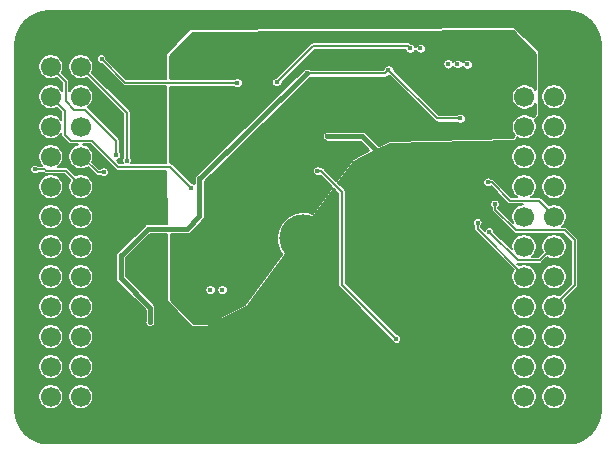
<source format=gbr>
G04 #@! TF.GenerationSoftware,KiCad,Pcbnew,(5.1.5)-3*
G04 #@! TF.CreationDate,2021-07-18T18:30:31+02:00*
G04 #@! TF.ProjectId,sDrive1,73447269-7665-4312-9e6b-696361645f70,rev?*
G04 #@! TF.SameCoordinates,Original*
G04 #@! TF.FileFunction,Copper,L2,Bot*
G04 #@! TF.FilePolarity,Positive*
%FSLAX46Y46*%
G04 Gerber Fmt 4.6, Leading zero omitted, Abs format (unit mm)*
G04 Created by KiCad (PCBNEW (5.1.5)-3) date 2021-07-18 18:30:31*
%MOMM*%
%LPD*%
G04 APERTURE LIST*
%ADD10C,1.700000*%
%ADD11C,4.000000*%
%ADD12C,0.400000*%
%ADD13C,0.381000*%
%ADD14C,0.203200*%
%ADD15C,0.152400*%
%ADD16C,0.127000*%
%ADD17C,0.254000*%
G04 APERTURE END LIST*
D10*
X45358780Y31806180D03*
X2738780Y16566180D03*
X42818780Y26726180D03*
X45358780Y16566180D03*
X5278780Y19106180D03*
X2738780Y26726180D03*
X5278780Y24186180D03*
X42818780Y8946180D03*
X2738780Y6406180D03*
X45358780Y8946180D03*
X42818780Y14026180D03*
X42818780Y16566180D03*
X2738780Y24186180D03*
X5278780Y26726180D03*
X2738780Y8946180D03*
X5278780Y8946180D03*
X45358780Y24186180D03*
X42818780Y21646180D03*
X45358780Y21646180D03*
X5278780Y16566180D03*
X45358780Y26726180D03*
X42818780Y24186180D03*
X45358780Y14026180D03*
X5278780Y11486180D03*
X42818780Y6406180D03*
X2738780Y31806180D03*
X5278780Y31806180D03*
X45358780Y11486180D03*
X2738780Y14026180D03*
X42818780Y29266180D03*
X2738780Y3866180D03*
X45358780Y29266180D03*
X5278780Y29266180D03*
X2738780Y19106180D03*
X42818780Y19106180D03*
X5278780Y14026180D03*
X45358780Y19106180D03*
X2738780Y21646180D03*
X2738780Y29266180D03*
D11*
X24130000Y17272000D03*
D10*
X42818780Y11486180D03*
X45358780Y6406180D03*
X2738780Y11486180D03*
X42818780Y31806180D03*
X42818780Y3866180D03*
X45358780Y3866180D03*
X5278780Y21646180D03*
X5278780Y3866180D03*
X5278780Y6406180D03*
D12*
X36100000Y22810000D03*
X36100000Y21540000D03*
X36100000Y20270000D03*
X34830000Y22810000D03*
X34830000Y21540000D03*
X34830000Y20270000D03*
X33560000Y22810000D03*
X33560000Y21540000D03*
X33560000Y20270000D03*
X16238000Y12926000D03*
X17254000Y12926000D03*
X15222000Y11910000D03*
X14400000Y11050000D03*
X18270000Y20800000D03*
X15222000Y12926000D03*
X15222000Y11148000D03*
X25320000Y23000000D03*
X32011400Y8735000D03*
X30170000Y24850000D03*
X30670000Y24350000D03*
X30770000Y23650000D03*
X38000000Y32000000D03*
X37180000Y32030000D03*
X36380000Y32040000D03*
X21860000Y30500000D03*
X35980000Y12070000D03*
X36960000Y12010000D03*
X38090000Y12000000D03*
X33170000Y33360000D03*
X34030000Y33360000D03*
X26175000Y25925000D03*
X18524000Y30452000D03*
X1400000Y23100000D03*
X7050000Y32440000D03*
X7250000Y22870000D03*
X38890000Y18580000D03*
X39890000Y17810000D03*
X40360000Y20150000D03*
X39780000Y22010000D03*
X24450000Y31240000D03*
X31330000Y31550000D03*
X8674147Y13875853D03*
X37410000Y27430000D03*
X8300000Y24300000D03*
X9200000Y23850000D03*
X14650000Y21550000D03*
X11176000Y10160000D03*
X15395794Y22404206D03*
D13*
X14400000Y16930000D02*
X18270000Y20800000D01*
X14400000Y11050000D02*
X14400000Y16930000D01*
D14*
X25602842Y23000000D02*
X27420000Y21182842D01*
X25320000Y23000000D02*
X25602842Y23000000D01*
X27420000Y13326400D02*
X32011400Y8735000D01*
X27420000Y21182842D02*
X27420000Y13326400D01*
X32011400Y8735000D02*
X32011400Y8735000D01*
X22059999Y30699999D02*
X21860000Y30500000D01*
X24919999Y33559999D02*
X22059999Y30699999D01*
X32970001Y33559999D02*
X24919999Y33559999D01*
X33170000Y33360000D02*
X32970001Y33559999D01*
D13*
X29095000Y25925000D02*
X30170000Y24850000D01*
X26175000Y25925000D02*
X29095000Y25925000D01*
X30670000Y24350000D02*
X30170000Y24850000D01*
X30770000Y24250000D02*
X30670000Y24350000D01*
X30770000Y23650000D02*
X30770000Y24250000D01*
D15*
X1400000Y23100000D02*
X2260000Y23100000D01*
X2260000Y23100000D02*
X2350000Y23010000D01*
X4024960Y23010000D02*
X5302780Y21732180D01*
X2350000Y23010000D02*
X4024960Y23010000D01*
X9038000Y30452000D02*
X7050000Y32440000D01*
X18524000Y30452000D02*
X9038000Y30452000D01*
X6704960Y22870000D02*
X5302780Y24272180D01*
X7250000Y22870000D02*
X6704960Y22870000D01*
X38890000Y18064960D02*
X42842780Y14112180D01*
X38890000Y18580000D02*
X38890000Y18064960D01*
X39890000Y17810000D02*
X42280000Y15420000D01*
X44150600Y15420000D02*
X45382780Y16652180D01*
X42280000Y15420000D02*
X44150600Y15420000D01*
X40360000Y19695832D02*
X42095832Y17960000D01*
X40360000Y20150000D02*
X40360000Y19695832D01*
X42095832Y17960000D02*
X46250000Y17960000D01*
X46250000Y17960000D02*
X47100000Y17110000D01*
X47100000Y13289400D02*
X45382780Y11572180D01*
X47100000Y17110000D02*
X47100000Y13289400D01*
X40062842Y22010000D02*
X41612842Y20460000D01*
X39780000Y22010000D02*
X40062842Y22010000D01*
X44114960Y20460000D02*
X45382780Y19192180D01*
X41612842Y20460000D02*
X44114960Y20460000D01*
D14*
X31020000Y31240000D02*
X31330000Y31550000D01*
X24450000Y31240000D02*
X31020000Y31240000D01*
D13*
X15330000Y22340000D02*
X15395794Y22404206D01*
X8674147Y13875853D02*
X8675000Y15825000D01*
D15*
X35450000Y27430000D02*
X31330000Y31550000D01*
X37410000Y27430000D02*
X35450000Y27430000D01*
D13*
X8675000Y15825000D02*
X8745000Y15825000D01*
X8745000Y15825000D02*
X10990000Y18070000D01*
X10990000Y18070000D02*
X14260000Y18070000D01*
X15330000Y19140000D02*
X15330000Y22340000D01*
X14260000Y18070000D02*
X15330000Y19140000D01*
D14*
X9140000Y13410000D02*
X8674147Y13875853D01*
X4000000Y30544960D02*
X2738780Y31806180D01*
X8300000Y25500000D02*
X5637821Y28162179D01*
X8300000Y24300000D02*
X8300000Y25500000D01*
X5637821Y28162179D02*
X4748859Y28162179D01*
X4748859Y28162179D02*
X4000000Y28911038D01*
X4000000Y28911038D02*
X4000000Y30544960D01*
X9200000Y27884960D02*
X5278780Y31806180D01*
X9200000Y23850000D02*
X9200000Y27884960D01*
X12875999Y23324001D02*
X8425999Y23324001D01*
X14650000Y21550000D02*
X12875999Y23324001D01*
X8425999Y23324001D02*
X6200000Y25550000D01*
X6200000Y25550000D02*
X4450000Y25550000D01*
X4450000Y25550000D02*
X3950000Y26050000D01*
X3950000Y28054960D02*
X2738780Y29266180D01*
X3950000Y26050000D02*
X3950000Y28054960D01*
D13*
X11176000Y11374000D02*
X8674147Y13875853D01*
X11176000Y10160000D02*
X11176000Y11374000D01*
X15395794Y22404206D02*
X24450000Y31240000D01*
D16*
G36*
X47080645Y36420456D02*
G01*
X47600696Y36263444D01*
X48080349Y36008408D01*
X48501325Y35665067D01*
X48847600Y35246492D01*
X49105976Y34768636D01*
X49266616Y34249693D01*
X49324466Y33699275D01*
X49324501Y33689249D01*
X49324500Y2700545D01*
X49270456Y2149355D01*
X49113444Y1629304D01*
X48858409Y1149654D01*
X48515070Y728677D01*
X48096492Y382400D01*
X47618640Y124027D01*
X47099694Y-36616D01*
X46549283Y-94466D01*
X46539536Y-94500D01*
X2550545Y-94500D01*
X1999355Y-40456D01*
X1479304Y116556D01*
X999654Y371591D01*
X578677Y714930D01*
X232400Y1133508D01*
X-25973Y1611360D01*
X-186616Y2130306D01*
X-244466Y2680717D01*
X-244500Y2690464D01*
X-244500Y3971162D01*
X1672880Y3971162D01*
X1672880Y3761198D01*
X1713842Y3555269D01*
X1794192Y3361287D01*
X1910842Y3186709D01*
X2059309Y3038242D01*
X2233887Y2921592D01*
X2427869Y2841242D01*
X2633798Y2800280D01*
X2843762Y2800280D01*
X3049691Y2841242D01*
X3243673Y2921592D01*
X3418251Y3038242D01*
X3566718Y3186709D01*
X3683368Y3361287D01*
X3763718Y3555269D01*
X3804680Y3761198D01*
X3804680Y3971162D01*
X4212880Y3971162D01*
X4212880Y3761198D01*
X4253842Y3555269D01*
X4334192Y3361287D01*
X4450842Y3186709D01*
X4599309Y3038242D01*
X4773887Y2921592D01*
X4967869Y2841242D01*
X5173798Y2800280D01*
X5383762Y2800280D01*
X5589691Y2841242D01*
X5783673Y2921592D01*
X5958251Y3038242D01*
X6106718Y3186709D01*
X6223368Y3361287D01*
X6303718Y3555269D01*
X6344680Y3761198D01*
X6344680Y3971162D01*
X41752880Y3971162D01*
X41752880Y3761198D01*
X41793842Y3555269D01*
X41874192Y3361287D01*
X41990842Y3186709D01*
X42139309Y3038242D01*
X42313887Y2921592D01*
X42507869Y2841242D01*
X42713798Y2800280D01*
X42923762Y2800280D01*
X43129691Y2841242D01*
X43323673Y2921592D01*
X43498251Y3038242D01*
X43646718Y3186709D01*
X43763368Y3361287D01*
X43843718Y3555269D01*
X43884680Y3761198D01*
X43884680Y3971162D01*
X44292880Y3971162D01*
X44292880Y3761198D01*
X44333842Y3555269D01*
X44414192Y3361287D01*
X44530842Y3186709D01*
X44679309Y3038242D01*
X44853887Y2921592D01*
X45047869Y2841242D01*
X45253798Y2800280D01*
X45463762Y2800280D01*
X45669691Y2841242D01*
X45863673Y2921592D01*
X46038251Y3038242D01*
X46186718Y3186709D01*
X46303368Y3361287D01*
X46383718Y3555269D01*
X46424680Y3761198D01*
X46424680Y3971162D01*
X46383718Y4177091D01*
X46303368Y4371073D01*
X46186718Y4545651D01*
X46038251Y4694118D01*
X45863673Y4810768D01*
X45669691Y4891118D01*
X45463762Y4932080D01*
X45253798Y4932080D01*
X45047869Y4891118D01*
X44853887Y4810768D01*
X44679309Y4694118D01*
X44530842Y4545651D01*
X44414192Y4371073D01*
X44333842Y4177091D01*
X44292880Y3971162D01*
X43884680Y3971162D01*
X43843718Y4177091D01*
X43763368Y4371073D01*
X43646718Y4545651D01*
X43498251Y4694118D01*
X43323673Y4810768D01*
X43129691Y4891118D01*
X42923762Y4932080D01*
X42713798Y4932080D01*
X42507869Y4891118D01*
X42313887Y4810768D01*
X42139309Y4694118D01*
X41990842Y4545651D01*
X41874192Y4371073D01*
X41793842Y4177091D01*
X41752880Y3971162D01*
X6344680Y3971162D01*
X6303718Y4177091D01*
X6223368Y4371073D01*
X6106718Y4545651D01*
X5958251Y4694118D01*
X5783673Y4810768D01*
X5589691Y4891118D01*
X5383762Y4932080D01*
X5173798Y4932080D01*
X4967869Y4891118D01*
X4773887Y4810768D01*
X4599309Y4694118D01*
X4450842Y4545651D01*
X4334192Y4371073D01*
X4253842Y4177091D01*
X4212880Y3971162D01*
X3804680Y3971162D01*
X3763718Y4177091D01*
X3683368Y4371073D01*
X3566718Y4545651D01*
X3418251Y4694118D01*
X3243673Y4810768D01*
X3049691Y4891118D01*
X2843762Y4932080D01*
X2633798Y4932080D01*
X2427869Y4891118D01*
X2233887Y4810768D01*
X2059309Y4694118D01*
X1910842Y4545651D01*
X1794192Y4371073D01*
X1713842Y4177091D01*
X1672880Y3971162D01*
X-244500Y3971162D01*
X-244500Y6511162D01*
X1672880Y6511162D01*
X1672880Y6301198D01*
X1713842Y6095269D01*
X1794192Y5901287D01*
X1910842Y5726709D01*
X2059309Y5578242D01*
X2233887Y5461592D01*
X2427869Y5381242D01*
X2633798Y5340280D01*
X2843762Y5340280D01*
X3049691Y5381242D01*
X3243673Y5461592D01*
X3418251Y5578242D01*
X3566718Y5726709D01*
X3683368Y5901287D01*
X3763718Y6095269D01*
X3804680Y6301198D01*
X3804680Y6511162D01*
X4212880Y6511162D01*
X4212880Y6301198D01*
X4253842Y6095269D01*
X4334192Y5901287D01*
X4450842Y5726709D01*
X4599309Y5578242D01*
X4773887Y5461592D01*
X4967869Y5381242D01*
X5173798Y5340280D01*
X5383762Y5340280D01*
X5589691Y5381242D01*
X5783673Y5461592D01*
X5958251Y5578242D01*
X6106718Y5726709D01*
X6223368Y5901287D01*
X6303718Y6095269D01*
X6344680Y6301198D01*
X6344680Y6511162D01*
X41752880Y6511162D01*
X41752880Y6301198D01*
X41793842Y6095269D01*
X41874192Y5901287D01*
X41990842Y5726709D01*
X42139309Y5578242D01*
X42313887Y5461592D01*
X42507869Y5381242D01*
X42713798Y5340280D01*
X42923762Y5340280D01*
X43129691Y5381242D01*
X43323673Y5461592D01*
X43498251Y5578242D01*
X43646718Y5726709D01*
X43763368Y5901287D01*
X43843718Y6095269D01*
X43884680Y6301198D01*
X43884680Y6511162D01*
X44292880Y6511162D01*
X44292880Y6301198D01*
X44333842Y6095269D01*
X44414192Y5901287D01*
X44530842Y5726709D01*
X44679309Y5578242D01*
X44853887Y5461592D01*
X45047869Y5381242D01*
X45253798Y5340280D01*
X45463762Y5340280D01*
X45669691Y5381242D01*
X45863673Y5461592D01*
X46038251Y5578242D01*
X46186718Y5726709D01*
X46303368Y5901287D01*
X46383718Y6095269D01*
X46424680Y6301198D01*
X46424680Y6511162D01*
X46383718Y6717091D01*
X46303368Y6911073D01*
X46186718Y7085651D01*
X46038251Y7234118D01*
X45863673Y7350768D01*
X45669691Y7431118D01*
X45463762Y7472080D01*
X45253798Y7472080D01*
X45047869Y7431118D01*
X44853887Y7350768D01*
X44679309Y7234118D01*
X44530842Y7085651D01*
X44414192Y6911073D01*
X44333842Y6717091D01*
X44292880Y6511162D01*
X43884680Y6511162D01*
X43843718Y6717091D01*
X43763368Y6911073D01*
X43646718Y7085651D01*
X43498251Y7234118D01*
X43323673Y7350768D01*
X43129691Y7431118D01*
X42923762Y7472080D01*
X42713798Y7472080D01*
X42507869Y7431118D01*
X42313887Y7350768D01*
X42139309Y7234118D01*
X41990842Y7085651D01*
X41874192Y6911073D01*
X41793842Y6717091D01*
X41752880Y6511162D01*
X6344680Y6511162D01*
X6303718Y6717091D01*
X6223368Y6911073D01*
X6106718Y7085651D01*
X5958251Y7234118D01*
X5783673Y7350768D01*
X5589691Y7431118D01*
X5383762Y7472080D01*
X5173798Y7472080D01*
X4967869Y7431118D01*
X4773887Y7350768D01*
X4599309Y7234118D01*
X4450842Y7085651D01*
X4334192Y6911073D01*
X4253842Y6717091D01*
X4212880Y6511162D01*
X3804680Y6511162D01*
X3763718Y6717091D01*
X3683368Y6911073D01*
X3566718Y7085651D01*
X3418251Y7234118D01*
X3243673Y7350768D01*
X3049691Y7431118D01*
X2843762Y7472080D01*
X2633798Y7472080D01*
X2427869Y7431118D01*
X2233887Y7350768D01*
X2059309Y7234118D01*
X1910842Y7085651D01*
X1794192Y6911073D01*
X1713842Y6717091D01*
X1672880Y6511162D01*
X-244500Y6511162D01*
X-244500Y9051162D01*
X1672880Y9051162D01*
X1672880Y8841198D01*
X1713842Y8635269D01*
X1794192Y8441287D01*
X1910842Y8266709D01*
X2059309Y8118242D01*
X2233887Y8001592D01*
X2427869Y7921242D01*
X2633798Y7880280D01*
X2843762Y7880280D01*
X3049691Y7921242D01*
X3243673Y8001592D01*
X3418251Y8118242D01*
X3566718Y8266709D01*
X3683368Y8441287D01*
X3763718Y8635269D01*
X3804680Y8841198D01*
X3804680Y9051162D01*
X4212880Y9051162D01*
X4212880Y8841198D01*
X4253842Y8635269D01*
X4334192Y8441287D01*
X4450842Y8266709D01*
X4599309Y8118242D01*
X4773887Y8001592D01*
X4967869Y7921242D01*
X5173798Y7880280D01*
X5383762Y7880280D01*
X5589691Y7921242D01*
X5783673Y8001592D01*
X5958251Y8118242D01*
X6106718Y8266709D01*
X6223368Y8441287D01*
X6303718Y8635269D01*
X6344680Y8841198D01*
X6344680Y9051162D01*
X6303718Y9257091D01*
X6223368Y9451073D01*
X6106718Y9625651D01*
X5958251Y9774118D01*
X5783673Y9890768D01*
X5589691Y9971118D01*
X5383762Y10012080D01*
X5173798Y10012080D01*
X4967869Y9971118D01*
X4773887Y9890768D01*
X4599309Y9774118D01*
X4450842Y9625651D01*
X4334192Y9451073D01*
X4253842Y9257091D01*
X4212880Y9051162D01*
X3804680Y9051162D01*
X3763718Y9257091D01*
X3683368Y9451073D01*
X3566718Y9625651D01*
X3418251Y9774118D01*
X3243673Y9890768D01*
X3049691Y9971118D01*
X2843762Y10012080D01*
X2633798Y10012080D01*
X2427869Y9971118D01*
X2233887Y9890768D01*
X2059309Y9774118D01*
X1910842Y9625651D01*
X1794192Y9451073D01*
X1713842Y9257091D01*
X1672880Y9051162D01*
X-244500Y9051162D01*
X-244500Y11591162D01*
X1672880Y11591162D01*
X1672880Y11381198D01*
X1713842Y11175269D01*
X1794192Y10981287D01*
X1910842Y10806709D01*
X2059309Y10658242D01*
X2233887Y10541592D01*
X2427869Y10461242D01*
X2633798Y10420280D01*
X2843762Y10420280D01*
X3049691Y10461242D01*
X3243673Y10541592D01*
X3418251Y10658242D01*
X3566718Y10806709D01*
X3683368Y10981287D01*
X3763718Y11175269D01*
X3804680Y11381198D01*
X3804680Y11591162D01*
X4212880Y11591162D01*
X4212880Y11381198D01*
X4253842Y11175269D01*
X4334192Y10981287D01*
X4450842Y10806709D01*
X4599309Y10658242D01*
X4773887Y10541592D01*
X4967869Y10461242D01*
X5173798Y10420280D01*
X5383762Y10420280D01*
X5589691Y10461242D01*
X5783673Y10541592D01*
X5958251Y10658242D01*
X6106718Y10806709D01*
X6223368Y10981287D01*
X6303718Y11175269D01*
X6344680Y11381198D01*
X6344680Y11591162D01*
X6303718Y11797091D01*
X6223368Y11991073D01*
X6106718Y12165651D01*
X5958251Y12314118D01*
X5783673Y12430768D01*
X5589691Y12511118D01*
X5383762Y12552080D01*
X5173798Y12552080D01*
X4967869Y12511118D01*
X4773887Y12430768D01*
X4599309Y12314118D01*
X4450842Y12165651D01*
X4334192Y11991073D01*
X4253842Y11797091D01*
X4212880Y11591162D01*
X3804680Y11591162D01*
X3763718Y11797091D01*
X3683368Y11991073D01*
X3566718Y12165651D01*
X3418251Y12314118D01*
X3243673Y12430768D01*
X3049691Y12511118D01*
X2843762Y12552080D01*
X2633798Y12552080D01*
X2427869Y12511118D01*
X2233887Y12430768D01*
X2059309Y12314118D01*
X1910842Y12165651D01*
X1794192Y11991073D01*
X1713842Y11797091D01*
X1672880Y11591162D01*
X-244500Y11591162D01*
X-244500Y14131162D01*
X1672880Y14131162D01*
X1672880Y13921198D01*
X1713842Y13715269D01*
X1794192Y13521287D01*
X1910842Y13346709D01*
X2059309Y13198242D01*
X2233887Y13081592D01*
X2427869Y13001242D01*
X2633798Y12960280D01*
X2843762Y12960280D01*
X3049691Y13001242D01*
X3243673Y13081592D01*
X3418251Y13198242D01*
X3566718Y13346709D01*
X3683368Y13521287D01*
X3763718Y13715269D01*
X3804680Y13921198D01*
X3804680Y14131162D01*
X4212880Y14131162D01*
X4212880Y13921198D01*
X4253842Y13715269D01*
X4334192Y13521287D01*
X4450842Y13346709D01*
X4599309Y13198242D01*
X4773887Y13081592D01*
X4967869Y13001242D01*
X5173798Y12960280D01*
X5383762Y12960280D01*
X5589691Y13001242D01*
X5783673Y13081592D01*
X5958251Y13198242D01*
X6106718Y13346709D01*
X6223368Y13521287D01*
X6303718Y13715269D01*
X6344680Y13921198D01*
X6344680Y14131162D01*
X6303718Y14337091D01*
X6223368Y14531073D01*
X6106718Y14705651D01*
X5958251Y14854118D01*
X5783673Y14970768D01*
X5589691Y15051118D01*
X5383762Y15092080D01*
X5173798Y15092080D01*
X4967869Y15051118D01*
X4773887Y14970768D01*
X4599309Y14854118D01*
X4450842Y14705651D01*
X4334192Y14531073D01*
X4253842Y14337091D01*
X4212880Y14131162D01*
X3804680Y14131162D01*
X3763718Y14337091D01*
X3683368Y14531073D01*
X3566718Y14705651D01*
X3418251Y14854118D01*
X3243673Y14970768D01*
X3049691Y15051118D01*
X2843762Y15092080D01*
X2633798Y15092080D01*
X2427869Y15051118D01*
X2233887Y14970768D01*
X2059309Y14854118D01*
X1910842Y14705651D01*
X1794192Y14531073D01*
X1713842Y14337091D01*
X1672880Y14131162D01*
X-244500Y14131162D01*
X-244500Y16671162D01*
X1672880Y16671162D01*
X1672880Y16461198D01*
X1713842Y16255269D01*
X1794192Y16061287D01*
X1910842Y15886709D01*
X2059309Y15738242D01*
X2233887Y15621592D01*
X2427869Y15541242D01*
X2633798Y15500280D01*
X2843762Y15500280D01*
X3049691Y15541242D01*
X3243673Y15621592D01*
X3418251Y15738242D01*
X3566718Y15886709D01*
X3683368Y16061287D01*
X3763718Y16255269D01*
X3804680Y16461198D01*
X3804680Y16671162D01*
X4212880Y16671162D01*
X4212880Y16461198D01*
X4253842Y16255269D01*
X4334192Y16061287D01*
X4450842Y15886709D01*
X4599309Y15738242D01*
X4773887Y15621592D01*
X4967869Y15541242D01*
X5173798Y15500280D01*
X5383762Y15500280D01*
X5589691Y15541242D01*
X5783673Y15621592D01*
X5958251Y15738242D01*
X6106718Y15886709D01*
X6223368Y16061287D01*
X6303718Y16255269D01*
X6344680Y16461198D01*
X6344680Y16671162D01*
X6303718Y16877091D01*
X6223368Y17071073D01*
X6106718Y17245651D01*
X5958251Y17394118D01*
X5783673Y17510768D01*
X5589691Y17591118D01*
X5383762Y17632080D01*
X5173798Y17632080D01*
X4967869Y17591118D01*
X4773887Y17510768D01*
X4599309Y17394118D01*
X4450842Y17245651D01*
X4334192Y17071073D01*
X4253842Y16877091D01*
X4212880Y16671162D01*
X3804680Y16671162D01*
X3763718Y16877091D01*
X3683368Y17071073D01*
X3566718Y17245651D01*
X3418251Y17394118D01*
X3243673Y17510768D01*
X3049691Y17591118D01*
X2843762Y17632080D01*
X2633798Y17632080D01*
X2427869Y17591118D01*
X2233887Y17510768D01*
X2059309Y17394118D01*
X1910842Y17245651D01*
X1794192Y17071073D01*
X1713842Y16877091D01*
X1672880Y16671162D01*
X-244500Y16671162D01*
X-244500Y19211162D01*
X1672880Y19211162D01*
X1672880Y19001198D01*
X1713842Y18795269D01*
X1794192Y18601287D01*
X1910842Y18426709D01*
X2059309Y18278242D01*
X2233887Y18161592D01*
X2427869Y18081242D01*
X2633798Y18040280D01*
X2843762Y18040280D01*
X3049691Y18081242D01*
X3243673Y18161592D01*
X3418251Y18278242D01*
X3566718Y18426709D01*
X3683368Y18601287D01*
X3763718Y18795269D01*
X3804680Y19001198D01*
X3804680Y19211162D01*
X4212880Y19211162D01*
X4212880Y19001198D01*
X4253842Y18795269D01*
X4334192Y18601287D01*
X4450842Y18426709D01*
X4599309Y18278242D01*
X4773887Y18161592D01*
X4967869Y18081242D01*
X5173798Y18040280D01*
X5383762Y18040280D01*
X5589691Y18081242D01*
X5783673Y18161592D01*
X5958251Y18278242D01*
X6106718Y18426709D01*
X6223368Y18601287D01*
X6303718Y18795269D01*
X6344680Y19001198D01*
X6344680Y19211162D01*
X6303718Y19417091D01*
X6223368Y19611073D01*
X6106718Y19785651D01*
X5958251Y19934118D01*
X5783673Y20050768D01*
X5589691Y20131118D01*
X5383762Y20172080D01*
X5173798Y20172080D01*
X4967869Y20131118D01*
X4773887Y20050768D01*
X4599309Y19934118D01*
X4450842Y19785651D01*
X4334192Y19611073D01*
X4253842Y19417091D01*
X4212880Y19211162D01*
X3804680Y19211162D01*
X3763718Y19417091D01*
X3683368Y19611073D01*
X3566718Y19785651D01*
X3418251Y19934118D01*
X3243673Y20050768D01*
X3049691Y20131118D01*
X2843762Y20172080D01*
X2633798Y20172080D01*
X2427869Y20131118D01*
X2233887Y20050768D01*
X2059309Y19934118D01*
X1910842Y19785651D01*
X1794192Y19611073D01*
X1713842Y19417091D01*
X1672880Y19211162D01*
X-244500Y19211162D01*
X-244500Y21751162D01*
X1672880Y21751162D01*
X1672880Y21541198D01*
X1713842Y21335269D01*
X1794192Y21141287D01*
X1910842Y20966709D01*
X2059309Y20818242D01*
X2233887Y20701592D01*
X2427869Y20621242D01*
X2633798Y20580280D01*
X2843762Y20580280D01*
X3049691Y20621242D01*
X3243673Y20701592D01*
X3418251Y20818242D01*
X3566718Y20966709D01*
X3683368Y21141287D01*
X3763718Y21335269D01*
X3804680Y21541198D01*
X3804680Y21751162D01*
X3763718Y21957091D01*
X3683368Y22151073D01*
X3566718Y22325651D01*
X3418251Y22474118D01*
X3243673Y22590768D01*
X3049691Y22671118D01*
X2843762Y22712080D01*
X2633798Y22712080D01*
X2427869Y22671118D01*
X2233887Y22590768D01*
X2059309Y22474118D01*
X1910842Y22325651D01*
X1794192Y22151073D01*
X1713842Y21957091D01*
X1672880Y21751162D01*
X-244500Y21751162D01*
X-244500Y23140963D01*
X984100Y23140963D01*
X984100Y23059037D01*
X1000083Y22978687D01*
X1031435Y22902998D01*
X1076950Y22834879D01*
X1134879Y22776950D01*
X1202998Y22731435D01*
X1278687Y22700083D01*
X1359037Y22684100D01*
X1440963Y22684100D01*
X1521313Y22700083D01*
X1597002Y22731435D01*
X1665121Y22776950D01*
X1696071Y22807900D01*
X2137986Y22807900D01*
X2142455Y22802455D01*
X2186933Y22765953D01*
X2237677Y22738829D01*
X2292738Y22722127D01*
X2335654Y22717900D01*
X2335663Y22717900D01*
X2349999Y22716488D01*
X2364335Y22717900D01*
X3903969Y22717900D01*
X4388908Y22232961D01*
X4334192Y22151073D01*
X4253842Y21957091D01*
X4212880Y21751162D01*
X4212880Y21541198D01*
X4253842Y21335269D01*
X4334192Y21141287D01*
X4450842Y20966709D01*
X4599309Y20818242D01*
X4773887Y20701592D01*
X4967869Y20621242D01*
X5173798Y20580280D01*
X5383762Y20580280D01*
X5589691Y20621242D01*
X5783673Y20701592D01*
X5958251Y20818242D01*
X6106718Y20966709D01*
X6223368Y21141287D01*
X6303718Y21335269D01*
X6344680Y21541198D01*
X6344680Y21751162D01*
X6303718Y21957091D01*
X6223368Y22151073D01*
X6106718Y22325651D01*
X5958251Y22474118D01*
X5783673Y22590768D01*
X5589691Y22671118D01*
X5383762Y22712080D01*
X5173798Y22712080D01*
X4967869Y22671118D01*
X4832857Y22615194D01*
X4241653Y23206398D01*
X4232505Y23217545D01*
X4188027Y23254047D01*
X4137283Y23281171D01*
X4082222Y23297873D01*
X4039306Y23302100D01*
X4039298Y23302100D01*
X4024960Y23303512D01*
X4010622Y23302100D01*
X3334229Y23302100D01*
X3418251Y23358242D01*
X3566718Y23506709D01*
X3683368Y23681287D01*
X3763718Y23875269D01*
X3804680Y24081198D01*
X3804680Y24291162D01*
X3763718Y24497091D01*
X3683368Y24691073D01*
X3566718Y24865651D01*
X3418251Y25014118D01*
X3243673Y25130768D01*
X3049691Y25211118D01*
X2843762Y25252080D01*
X2633798Y25252080D01*
X2427869Y25211118D01*
X2233887Y25130768D01*
X2059309Y25014118D01*
X1910842Y24865651D01*
X1794192Y24691073D01*
X1713842Y24497091D01*
X1672880Y24291162D01*
X1672880Y24081198D01*
X1713842Y23875269D01*
X1794192Y23681287D01*
X1910842Y23506709D01*
X2025451Y23392100D01*
X1696071Y23392100D01*
X1665121Y23423050D01*
X1597002Y23468565D01*
X1521313Y23499917D01*
X1440963Y23515900D01*
X1359037Y23515900D01*
X1278687Y23499917D01*
X1202998Y23468565D01*
X1134879Y23423050D01*
X1076950Y23365121D01*
X1031435Y23297002D01*
X1000083Y23221313D01*
X984100Y23140963D01*
X-244500Y23140963D01*
X-244500Y31911162D01*
X1672880Y31911162D01*
X1672880Y31701198D01*
X1713842Y31495269D01*
X1794192Y31301287D01*
X1910842Y31126709D01*
X2059309Y30978242D01*
X2233887Y30861592D01*
X2427869Y30781242D01*
X2633798Y30740280D01*
X2843762Y30740280D01*
X3049691Y30781242D01*
X3237084Y30858863D01*
X3682501Y30413446D01*
X3682501Y29772371D01*
X3566718Y29945651D01*
X3418251Y30094118D01*
X3243673Y30210768D01*
X3049691Y30291118D01*
X2843762Y30332080D01*
X2633798Y30332080D01*
X2427869Y30291118D01*
X2233887Y30210768D01*
X2059309Y30094118D01*
X1910842Y29945651D01*
X1794192Y29771073D01*
X1713842Y29577091D01*
X1672880Y29371162D01*
X1672880Y29161198D01*
X1713842Y28955269D01*
X1794192Y28761287D01*
X1910842Y28586709D01*
X2059309Y28438242D01*
X2233887Y28321592D01*
X2427869Y28241242D01*
X2633798Y28200280D01*
X2843762Y28200280D01*
X3049691Y28241242D01*
X3237084Y28318863D01*
X3632501Y27923446D01*
X3632501Y27307201D01*
X3566718Y27405651D01*
X3418251Y27554118D01*
X3243673Y27670768D01*
X3049691Y27751118D01*
X2843762Y27792080D01*
X2633798Y27792080D01*
X2427869Y27751118D01*
X2233887Y27670768D01*
X2059309Y27554118D01*
X1910842Y27405651D01*
X1794192Y27231073D01*
X1713842Y27037091D01*
X1672880Y26831162D01*
X1672880Y26621198D01*
X1713842Y26415269D01*
X1794192Y26221287D01*
X1910842Y26046709D01*
X2059309Y25898242D01*
X2233887Y25781592D01*
X2427869Y25701242D01*
X2633798Y25660280D01*
X2843762Y25660280D01*
X3049691Y25701242D01*
X3243673Y25781592D01*
X3418251Y25898242D01*
X3566718Y26046709D01*
X3632500Y26145158D01*
X3632500Y26065596D01*
X3630964Y26050000D01*
X3632500Y26034405D01*
X3637094Y25987760D01*
X3655249Y25927911D01*
X3684731Y25872754D01*
X3724407Y25824407D01*
X3736530Y25814458D01*
X4214463Y25336524D01*
X4224407Y25324407D01*
X4261064Y25294324D01*
X4272753Y25284731D01*
X4327910Y25255249D01*
X4387759Y25237094D01*
X4450000Y25230964D01*
X4465596Y25232500D01*
X5075363Y25232500D01*
X4967869Y25211118D01*
X4773887Y25130768D01*
X4599309Y25014118D01*
X4450842Y24865651D01*
X4334192Y24691073D01*
X4253842Y24497091D01*
X4212880Y24291162D01*
X4212880Y24081198D01*
X4253842Y23875269D01*
X4334192Y23681287D01*
X4450842Y23506709D01*
X4599309Y23358242D01*
X4773887Y23241592D01*
X4967869Y23161242D01*
X5173798Y23120280D01*
X5383762Y23120280D01*
X5589691Y23161242D01*
X5783673Y23241592D01*
X5865561Y23296308D01*
X6488271Y22673597D01*
X6497415Y22662455D01*
X6541893Y22625953D01*
X6592637Y22598829D01*
X6647698Y22582127D01*
X6690614Y22577900D01*
X6690622Y22577900D01*
X6704960Y22576488D01*
X6719298Y22577900D01*
X6953929Y22577900D01*
X6984879Y22546950D01*
X7052998Y22501435D01*
X7128687Y22470083D01*
X7209037Y22454100D01*
X7290963Y22454100D01*
X7371313Y22470083D01*
X7447002Y22501435D01*
X7515121Y22546950D01*
X7573050Y22604879D01*
X7618565Y22672998D01*
X7649917Y22748687D01*
X7665900Y22829037D01*
X7665900Y22910963D01*
X7649917Y22991313D01*
X7618565Y23067002D01*
X7573050Y23135121D01*
X7515121Y23193050D01*
X7447002Y23238565D01*
X7371313Y23269917D01*
X7290963Y23285900D01*
X7209037Y23285900D01*
X7128687Y23269917D01*
X7052998Y23238565D01*
X6984879Y23193050D01*
X6953929Y23162100D01*
X6825952Y23162100D01*
X6247794Y23740257D01*
X6303718Y23875269D01*
X6344680Y24081198D01*
X6344680Y24291162D01*
X6303718Y24497091D01*
X6223368Y24691073D01*
X6106718Y24865651D01*
X5958251Y25014118D01*
X5783673Y25130768D01*
X5589691Y25211118D01*
X5482197Y25232500D01*
X6068488Y25232500D01*
X8190462Y23110525D01*
X8200406Y23098408D01*
X8248380Y23059037D01*
X8248752Y23058732D01*
X8303909Y23029250D01*
X8363758Y23011095D01*
X8425999Y23004965D01*
X8441595Y23006501D01*
X12531649Y23006501D01*
X12549917Y18476400D01*
X11009952Y18476400D01*
X10989999Y18478365D01*
X10970046Y18476400D01*
X10970040Y18476400D01*
X10918335Y18471307D01*
X10910331Y18470519D01*
X10887093Y18463470D01*
X10833725Y18447281D01*
X10763124Y18409544D01*
X10701242Y18358758D01*
X10688518Y18343254D01*
X8560094Y16214830D01*
X8555397Y16213405D01*
X8518891Y16202349D01*
X8518814Y16202308D01*
X8518725Y16202281D01*
X8482374Y16182851D01*
X8448273Y16164643D01*
X8448205Y16164587D01*
X8448124Y16164544D01*
X8416283Y16138413D01*
X8386369Y16113884D01*
X8386314Y16113817D01*
X8386242Y16113758D01*
X8359761Y16081491D01*
X8335556Y16052024D01*
X8335516Y16051949D01*
X8335456Y16051876D01*
X8315606Y16014739D01*
X8297788Y15981439D01*
X8297763Y15981358D01*
X8297719Y15981275D01*
X8285788Y15941943D01*
X8274516Y15904843D01*
X8274507Y15904755D01*
X8274481Y15904668D01*
X8270508Y15864336D01*
X8268609Y15845137D01*
X8268609Y15845051D01*
X8266634Y15825000D01*
X8268591Y15805126D01*
X8267787Y13964773D01*
X8258247Y13916816D01*
X8258247Y13834890D01*
X8274230Y13754540D01*
X8305582Y13678851D01*
X8351097Y13610732D01*
X8409026Y13552803D01*
X8449513Y13525751D01*
X10769601Y11205663D01*
X10769600Y10248722D01*
X10760100Y10200963D01*
X10760100Y10119037D01*
X10776083Y10038687D01*
X10807435Y9962998D01*
X10852950Y9894879D01*
X10910879Y9836950D01*
X10978998Y9791435D01*
X11054687Y9760083D01*
X11135037Y9744100D01*
X11216963Y9744100D01*
X11297313Y9760083D01*
X11373002Y9791435D01*
X11441121Y9836950D01*
X11499050Y9894879D01*
X11544565Y9962998D01*
X11575917Y10038687D01*
X11591900Y10119037D01*
X11591900Y10200963D01*
X11582400Y10248722D01*
X11582400Y11354048D01*
X11584365Y11374001D01*
X11582400Y11393954D01*
X11582400Y11393960D01*
X11577037Y11448410D01*
X11576519Y11453669D01*
X11557939Y11514919D01*
X11553281Y11530275D01*
X11515544Y11600876D01*
X11464758Y11662758D01*
X11449254Y11675482D01*
X9080620Y14044116D01*
X9081295Y15586559D01*
X11158336Y17663600D01*
X12553194Y17663600D01*
X12576037Y11999113D01*
X12580269Y11957437D01*
X12592636Y11916961D01*
X12612663Y11879675D01*
X12639579Y11847012D01*
X14647644Y9847028D01*
X14680052Y9820486D01*
X14717379Y9800534D01*
X14757880Y9788248D01*
X14800000Y9784100D01*
X16000000Y9784100D01*
X16057737Y9791963D01*
X16097213Y9807224D01*
X19286244Y11415392D01*
X19334256Y11448410D01*
X19362633Y11479812D01*
X26721340Y21432490D01*
X27102500Y21051329D01*
X27102501Y13342006D01*
X27100964Y13326400D01*
X27107094Y13264160D01*
X27125249Y13204311D01*
X27135888Y13184408D01*
X27154732Y13149153D01*
X27194408Y13100807D01*
X27206525Y13090863D01*
X31595500Y8701887D01*
X31595500Y8694037D01*
X31611483Y8613687D01*
X31642835Y8537998D01*
X31688350Y8469879D01*
X31746279Y8411950D01*
X31814398Y8366435D01*
X31890087Y8335083D01*
X31970437Y8319100D01*
X32052363Y8319100D01*
X32132713Y8335083D01*
X32208402Y8366435D01*
X32276521Y8411950D01*
X32334450Y8469879D01*
X32379965Y8537998D01*
X32411317Y8613687D01*
X32427300Y8694037D01*
X32427300Y8775963D01*
X32411317Y8856313D01*
X32379965Y8932002D01*
X32334450Y9000121D01*
X32283409Y9051162D01*
X41752880Y9051162D01*
X41752880Y8841198D01*
X41793842Y8635269D01*
X41874192Y8441287D01*
X41990842Y8266709D01*
X42139309Y8118242D01*
X42313887Y8001592D01*
X42507869Y7921242D01*
X42713798Y7880280D01*
X42923762Y7880280D01*
X43129691Y7921242D01*
X43323673Y8001592D01*
X43498251Y8118242D01*
X43646718Y8266709D01*
X43763368Y8441287D01*
X43843718Y8635269D01*
X43884680Y8841198D01*
X43884680Y9051162D01*
X44292880Y9051162D01*
X44292880Y8841198D01*
X44333842Y8635269D01*
X44414192Y8441287D01*
X44530842Y8266709D01*
X44679309Y8118242D01*
X44853887Y8001592D01*
X45047869Y7921242D01*
X45253798Y7880280D01*
X45463762Y7880280D01*
X45669691Y7921242D01*
X45863673Y8001592D01*
X46038251Y8118242D01*
X46186718Y8266709D01*
X46303368Y8441287D01*
X46383718Y8635269D01*
X46424680Y8841198D01*
X46424680Y9051162D01*
X46383718Y9257091D01*
X46303368Y9451073D01*
X46186718Y9625651D01*
X46038251Y9774118D01*
X45863673Y9890768D01*
X45669691Y9971118D01*
X45463762Y10012080D01*
X45253798Y10012080D01*
X45047869Y9971118D01*
X44853887Y9890768D01*
X44679309Y9774118D01*
X44530842Y9625651D01*
X44414192Y9451073D01*
X44333842Y9257091D01*
X44292880Y9051162D01*
X43884680Y9051162D01*
X43843718Y9257091D01*
X43763368Y9451073D01*
X43646718Y9625651D01*
X43498251Y9774118D01*
X43323673Y9890768D01*
X43129691Y9971118D01*
X42923762Y10012080D01*
X42713798Y10012080D01*
X42507869Y9971118D01*
X42313887Y9890768D01*
X42139309Y9774118D01*
X41990842Y9625651D01*
X41874192Y9451073D01*
X41793842Y9257091D01*
X41752880Y9051162D01*
X32283409Y9051162D01*
X32276521Y9058050D01*
X32208402Y9103565D01*
X32132713Y9134917D01*
X32052363Y9150900D01*
X32044513Y9150900D01*
X29604251Y11591162D01*
X41752880Y11591162D01*
X41752880Y11381198D01*
X41793842Y11175269D01*
X41874192Y10981287D01*
X41990842Y10806709D01*
X42139309Y10658242D01*
X42313887Y10541592D01*
X42507869Y10461242D01*
X42713798Y10420280D01*
X42923762Y10420280D01*
X43129691Y10461242D01*
X43323673Y10541592D01*
X43498251Y10658242D01*
X43646718Y10806709D01*
X43763368Y10981287D01*
X43843718Y11175269D01*
X43884680Y11381198D01*
X43884680Y11591162D01*
X43843718Y11797091D01*
X43763368Y11991073D01*
X43646718Y12165651D01*
X43498251Y12314118D01*
X43323673Y12430768D01*
X43129691Y12511118D01*
X42923762Y12552080D01*
X42713798Y12552080D01*
X42507869Y12511118D01*
X42313887Y12430768D01*
X42139309Y12314118D01*
X41990842Y12165651D01*
X41874192Y11991073D01*
X41793842Y11797091D01*
X41752880Y11591162D01*
X29604251Y11591162D01*
X27737500Y13457912D01*
X27737500Y18620963D01*
X38474100Y18620963D01*
X38474100Y18539037D01*
X38490083Y18458687D01*
X38521435Y18382998D01*
X38566950Y18314879D01*
X38597901Y18283928D01*
X38597901Y18079308D01*
X38596488Y18064960D01*
X38602127Y18007699D01*
X38618829Y17952638D01*
X38645502Y17902738D01*
X38645954Y17901893D01*
X38682456Y17857415D01*
X38693598Y17848271D01*
X41928908Y14612961D01*
X41874192Y14531073D01*
X41793842Y14337091D01*
X41752880Y14131162D01*
X41752880Y13921198D01*
X41793842Y13715269D01*
X41874192Y13521287D01*
X41990842Y13346709D01*
X42139309Y13198242D01*
X42313887Y13081592D01*
X42507869Y13001242D01*
X42713798Y12960280D01*
X42923762Y12960280D01*
X43129691Y13001242D01*
X43323673Y13081592D01*
X43498251Y13198242D01*
X43646718Y13346709D01*
X43763368Y13521287D01*
X43843718Y13715269D01*
X43884680Y13921198D01*
X43884680Y14131162D01*
X44292880Y14131162D01*
X44292880Y13921198D01*
X44333842Y13715269D01*
X44414192Y13521287D01*
X44530842Y13346709D01*
X44679309Y13198242D01*
X44853887Y13081592D01*
X45047869Y13001242D01*
X45253798Y12960280D01*
X45463762Y12960280D01*
X45669691Y13001242D01*
X45863673Y13081592D01*
X46038251Y13198242D01*
X46186718Y13346709D01*
X46303368Y13521287D01*
X46383718Y13715269D01*
X46424680Y13921198D01*
X46424680Y14131162D01*
X46383718Y14337091D01*
X46303368Y14531073D01*
X46186718Y14705651D01*
X46038251Y14854118D01*
X45863673Y14970768D01*
X45669691Y15051118D01*
X45463762Y15092080D01*
X45253798Y15092080D01*
X45047869Y15051118D01*
X44853887Y14970768D01*
X44679309Y14854118D01*
X44530842Y14705651D01*
X44414192Y14531073D01*
X44333842Y14337091D01*
X44292880Y14131162D01*
X43884680Y14131162D01*
X43843718Y14337091D01*
X43763368Y14531073D01*
X43646718Y14705651D01*
X43498251Y14854118D01*
X43323673Y14970768D01*
X43129691Y15051118D01*
X42923762Y15092080D01*
X42713798Y15092080D01*
X42507869Y15051118D01*
X42372857Y14995194D01*
X42237365Y15130686D01*
X42265654Y15127900D01*
X42265663Y15127900D01*
X42279999Y15126488D01*
X42294335Y15127900D01*
X44136262Y15127900D01*
X44150600Y15126488D01*
X44164938Y15127900D01*
X44164946Y15127900D01*
X44207862Y15132127D01*
X44262923Y15148829D01*
X44313667Y15175953D01*
X44358145Y15212455D01*
X44367293Y15223602D01*
X44800773Y15657082D01*
X44853887Y15621592D01*
X45047869Y15541242D01*
X45253798Y15500280D01*
X45463762Y15500280D01*
X45669691Y15541242D01*
X45863673Y15621592D01*
X46038251Y15738242D01*
X46186718Y15886709D01*
X46303368Y16061287D01*
X46383718Y16255269D01*
X46424680Y16461198D01*
X46424680Y16671162D01*
X46383718Y16877091D01*
X46303368Y17071073D01*
X46186718Y17245651D01*
X46038251Y17394118D01*
X45863673Y17510768D01*
X45669691Y17591118D01*
X45463762Y17632080D01*
X45253798Y17632080D01*
X45047869Y17591118D01*
X44853887Y17510768D01*
X44679309Y17394118D01*
X44530842Y17245651D01*
X44414192Y17071073D01*
X44333842Y16877091D01*
X44292880Y16671162D01*
X44292880Y16461198D01*
X44333842Y16255269D01*
X44403825Y16086316D01*
X44029609Y15712100D01*
X43459127Y15712100D01*
X43498251Y15738242D01*
X43646718Y15886709D01*
X43763368Y16061287D01*
X43843718Y16255269D01*
X43884680Y16461198D01*
X43884680Y16671162D01*
X43843718Y16877091D01*
X43763368Y17071073D01*
X43646718Y17245651D01*
X43498251Y17394118D01*
X43323673Y17510768D01*
X43129691Y17591118D01*
X42923762Y17632080D01*
X42713798Y17632080D01*
X42507869Y17591118D01*
X42313887Y17510768D01*
X42139309Y17394118D01*
X41990842Y17245651D01*
X41874192Y17071073D01*
X41793842Y16877091D01*
X41752880Y16671162D01*
X41752880Y16461198D01*
X41777955Y16335136D01*
X40305900Y17807191D01*
X40305900Y17850963D01*
X40289917Y17931313D01*
X40258565Y18007002D01*
X40213050Y18075121D01*
X40155121Y18133050D01*
X40087002Y18178565D01*
X40011313Y18209917D01*
X39930963Y18225900D01*
X39849037Y18225900D01*
X39768687Y18209917D01*
X39692998Y18178565D01*
X39624879Y18133050D01*
X39566950Y18075121D01*
X39521435Y18007002D01*
X39490083Y17931313D01*
X39481232Y17886819D01*
X39182100Y18185951D01*
X39182100Y18283929D01*
X39213050Y18314879D01*
X39258565Y18382998D01*
X39289917Y18458687D01*
X39305900Y18539037D01*
X39305900Y18620963D01*
X39289917Y18701313D01*
X39258565Y18777002D01*
X39213050Y18845121D01*
X39155121Y18903050D01*
X39087002Y18948565D01*
X39011313Y18979917D01*
X38930963Y18995900D01*
X38849037Y18995900D01*
X38768687Y18979917D01*
X38692998Y18948565D01*
X38624879Y18903050D01*
X38566950Y18845121D01*
X38521435Y18777002D01*
X38490083Y18701313D01*
X38474100Y18620963D01*
X27737500Y18620963D01*
X27737500Y21167250D01*
X27739036Y21182843D01*
X27735780Y21215900D01*
X27732906Y21245083D01*
X27714751Y21304932D01*
X27685269Y21360089D01*
X27645593Y21408435D01*
X27633477Y21418378D01*
X27103072Y21948783D01*
X27178620Y22050963D01*
X39364100Y22050963D01*
X39364100Y21969037D01*
X39380083Y21888687D01*
X39411435Y21812998D01*
X39456950Y21744879D01*
X39514879Y21686950D01*
X39582998Y21641435D01*
X39658687Y21610083D01*
X39739037Y21594100D01*
X39820963Y21594100D01*
X39901313Y21610083D01*
X39977002Y21641435D01*
X40001768Y21657983D01*
X41396151Y20263599D01*
X41405297Y20252455D01*
X41449775Y20215953D01*
X41500519Y20188829D01*
X41555580Y20172127D01*
X41598496Y20167900D01*
X41598503Y20167900D01*
X41612841Y20166488D01*
X41627179Y20167900D01*
X42692784Y20167900D01*
X42507869Y20131118D01*
X42313887Y20050768D01*
X42139309Y19934118D01*
X41990842Y19785651D01*
X41874192Y19611073D01*
X41793842Y19417091D01*
X41752880Y19211162D01*
X41752880Y19001198D01*
X41793842Y18795269D01*
X41874192Y18601287D01*
X41887394Y18581529D01*
X40652100Y19816823D01*
X40652100Y19853929D01*
X40683050Y19884879D01*
X40728565Y19952998D01*
X40759917Y20028687D01*
X40775900Y20109037D01*
X40775900Y20190963D01*
X40759917Y20271313D01*
X40728565Y20347002D01*
X40683050Y20415121D01*
X40625121Y20473050D01*
X40557002Y20518565D01*
X40481313Y20549917D01*
X40400963Y20565900D01*
X40319037Y20565900D01*
X40238687Y20549917D01*
X40162998Y20518565D01*
X40094879Y20473050D01*
X40036950Y20415121D01*
X39991435Y20347002D01*
X39960083Y20271313D01*
X39944100Y20190963D01*
X39944100Y20109037D01*
X39960083Y20028687D01*
X39991435Y19952998D01*
X40036950Y19884879D01*
X40067900Y19853929D01*
X40067900Y19710170D01*
X40066488Y19695832D01*
X40067900Y19681494D01*
X40067900Y19681486D01*
X40069859Y19661603D01*
X40072127Y19638571D01*
X40088829Y19583510D01*
X40088830Y19583509D01*
X40115954Y19532765D01*
X40152456Y19488287D01*
X40163598Y19479143D01*
X41879139Y17763602D01*
X41888287Y17752455D01*
X41932765Y17715953D01*
X41983509Y17688829D01*
X42038570Y17672127D01*
X42081486Y17667900D01*
X42081495Y17667900D01*
X42095831Y17666488D01*
X42110167Y17667900D01*
X46129009Y17667900D01*
X46807900Y16989008D01*
X46807901Y13410393D01*
X45838644Y12441135D01*
X45669691Y12511118D01*
X45463762Y12552080D01*
X45253798Y12552080D01*
X45047869Y12511118D01*
X44853887Y12430768D01*
X44679309Y12314118D01*
X44530842Y12165651D01*
X44414192Y11991073D01*
X44333842Y11797091D01*
X44292880Y11591162D01*
X44292880Y11381198D01*
X44333842Y11175269D01*
X44414192Y10981287D01*
X44530842Y10806709D01*
X44679309Y10658242D01*
X44853887Y10541592D01*
X45047869Y10461242D01*
X45253798Y10420280D01*
X45463762Y10420280D01*
X45669691Y10461242D01*
X45863673Y10541592D01*
X46038251Y10658242D01*
X46186718Y10806709D01*
X46303368Y10981287D01*
X46383718Y11175269D01*
X46424680Y11381198D01*
X46424680Y11591162D01*
X46383718Y11797091D01*
X46303368Y11991073D01*
X46267878Y12044187D01*
X47296403Y13072711D01*
X47307545Y13081855D01*
X47323099Y13100807D01*
X47344047Y13126333D01*
X47371171Y13177077D01*
X47387873Y13232138D01*
X47393513Y13289400D01*
X47392100Y13303746D01*
X47392100Y17095654D01*
X47393513Y17110000D01*
X47387873Y17167262D01*
X47371171Y17222323D01*
X47344047Y17273067D01*
X47316690Y17306402D01*
X47316689Y17306403D01*
X47307545Y17317545D01*
X47296404Y17326688D01*
X46466693Y18156398D01*
X46457545Y18167545D01*
X46413067Y18204047D01*
X46362323Y18231171D01*
X46307262Y18247873D01*
X46264346Y18252100D01*
X46264338Y18252100D01*
X46250000Y18253512D01*
X46235662Y18252100D01*
X45999127Y18252100D01*
X46038251Y18278242D01*
X46186718Y18426709D01*
X46303368Y18601287D01*
X46383718Y18795269D01*
X46424680Y19001198D01*
X46424680Y19211162D01*
X46383718Y19417091D01*
X46303368Y19611073D01*
X46186718Y19785651D01*
X46038251Y19934118D01*
X45863673Y20050768D01*
X45669691Y20131118D01*
X45463762Y20172080D01*
X45253798Y20172080D01*
X45047869Y20131118D01*
X44912857Y20075194D01*
X44331653Y20656398D01*
X44322505Y20667545D01*
X44278027Y20704047D01*
X44227283Y20731171D01*
X44172222Y20747873D01*
X44129306Y20752100D01*
X44129298Y20752100D01*
X44114960Y20753512D01*
X44100622Y20752100D01*
X43399263Y20752100D01*
X43498251Y20818242D01*
X43646718Y20966709D01*
X43763368Y21141287D01*
X43843718Y21335269D01*
X43884680Y21541198D01*
X43884680Y21751162D01*
X44292880Y21751162D01*
X44292880Y21541198D01*
X44333842Y21335269D01*
X44414192Y21141287D01*
X44530842Y20966709D01*
X44679309Y20818242D01*
X44853887Y20701592D01*
X45047869Y20621242D01*
X45253798Y20580280D01*
X45463762Y20580280D01*
X45669691Y20621242D01*
X45863673Y20701592D01*
X46038251Y20818242D01*
X46186718Y20966709D01*
X46303368Y21141287D01*
X46383718Y21335269D01*
X46424680Y21541198D01*
X46424680Y21751162D01*
X46383718Y21957091D01*
X46303368Y22151073D01*
X46186718Y22325651D01*
X46038251Y22474118D01*
X45863673Y22590768D01*
X45669691Y22671118D01*
X45463762Y22712080D01*
X45253798Y22712080D01*
X45047869Y22671118D01*
X44853887Y22590768D01*
X44679309Y22474118D01*
X44530842Y22325651D01*
X44414192Y22151073D01*
X44333842Y21957091D01*
X44292880Y21751162D01*
X43884680Y21751162D01*
X43843718Y21957091D01*
X43763368Y22151073D01*
X43646718Y22325651D01*
X43498251Y22474118D01*
X43323673Y22590768D01*
X43129691Y22671118D01*
X42923762Y22712080D01*
X42713798Y22712080D01*
X42507869Y22671118D01*
X42313887Y22590768D01*
X42139309Y22474118D01*
X41990842Y22325651D01*
X41874192Y22151073D01*
X41793842Y21957091D01*
X41752880Y21751162D01*
X41752880Y21541198D01*
X41793842Y21335269D01*
X41874192Y21141287D01*
X41990842Y20966709D01*
X42139309Y20818242D01*
X42238297Y20752100D01*
X41733834Y20752100D01*
X40279535Y22206398D01*
X40270387Y22217545D01*
X40225909Y22254047D01*
X40175165Y22281171D01*
X40120104Y22297873D01*
X40077188Y22302100D01*
X40077180Y22302100D01*
X40075950Y22302221D01*
X40045121Y22333050D01*
X39977002Y22378565D01*
X39901313Y22409917D01*
X39820963Y22425900D01*
X39739037Y22425900D01*
X39658687Y22409917D01*
X39582998Y22378565D01*
X39514879Y22333050D01*
X39456950Y22275121D01*
X39411435Y22207002D01*
X39380083Y22131313D01*
X39364100Y22050963D01*
X27178620Y22050963D01*
X28396004Y23697479D01*
X29548234Y24291162D01*
X41752880Y24291162D01*
X41752880Y24081198D01*
X41793842Y23875269D01*
X41874192Y23681287D01*
X41990842Y23506709D01*
X42139309Y23358242D01*
X42313887Y23241592D01*
X42507869Y23161242D01*
X42713798Y23120280D01*
X42923762Y23120280D01*
X43129691Y23161242D01*
X43323673Y23241592D01*
X43498251Y23358242D01*
X43646718Y23506709D01*
X43763368Y23681287D01*
X43843718Y23875269D01*
X43884680Y24081198D01*
X43884680Y24291162D01*
X44292880Y24291162D01*
X44292880Y24081198D01*
X44333842Y23875269D01*
X44414192Y23681287D01*
X44530842Y23506709D01*
X44679309Y23358242D01*
X44853887Y23241592D01*
X45047869Y23161242D01*
X45253798Y23120280D01*
X45463762Y23120280D01*
X45669691Y23161242D01*
X45863673Y23241592D01*
X46038251Y23358242D01*
X46186718Y23506709D01*
X46303368Y23681287D01*
X46383718Y23875269D01*
X46424680Y24081198D01*
X46424680Y24291162D01*
X46383718Y24497091D01*
X46303368Y24691073D01*
X46186718Y24865651D01*
X46038251Y25014118D01*
X45863673Y25130768D01*
X45669691Y25211118D01*
X45463762Y25252080D01*
X45253798Y25252080D01*
X45047869Y25211118D01*
X44853887Y25130768D01*
X44679309Y25014118D01*
X44530842Y24865651D01*
X44414192Y24691073D01*
X44333842Y24497091D01*
X44292880Y24291162D01*
X43884680Y24291162D01*
X43843718Y24497091D01*
X43763368Y24691073D01*
X43646718Y24865651D01*
X43498251Y25014118D01*
X43323673Y25130768D01*
X43129691Y25211118D01*
X42923762Y25252080D01*
X42713798Y25252080D01*
X42507869Y25211118D01*
X42313887Y25130768D01*
X42139309Y25014118D01*
X41990842Y24865651D01*
X41874192Y24691073D01*
X41793842Y24497091D01*
X41752880Y24291162D01*
X29548234Y24291162D01*
X31495188Y25294324D01*
X41862686Y25474819D01*
X41902222Y25479171D01*
X41942655Y25491682D01*
X41979870Y25511840D01*
X42012437Y25538871D01*
X42276913Y25806298D01*
X42313887Y25781592D01*
X42507869Y25701242D01*
X42713798Y25660280D01*
X42923762Y25660280D01*
X43129691Y25701242D01*
X43323673Y25781592D01*
X43498251Y25898242D01*
X43646718Y26046709D01*
X43763368Y26221287D01*
X43843718Y26415269D01*
X43884680Y26621198D01*
X43884680Y26831162D01*
X44292880Y26831162D01*
X44292880Y26621198D01*
X44333842Y26415269D01*
X44414192Y26221287D01*
X44530842Y26046709D01*
X44679309Y25898242D01*
X44853887Y25781592D01*
X45047869Y25701242D01*
X45253798Y25660280D01*
X45463762Y25660280D01*
X45669691Y25701242D01*
X45863673Y25781592D01*
X46038251Y25898242D01*
X46186718Y26046709D01*
X46303368Y26221287D01*
X46383718Y26415269D01*
X46424680Y26621198D01*
X46424680Y26831162D01*
X46383718Y27037091D01*
X46303368Y27231073D01*
X46186718Y27405651D01*
X46038251Y27554118D01*
X45863673Y27670768D01*
X45669691Y27751118D01*
X45463762Y27792080D01*
X45253798Y27792080D01*
X45047869Y27751118D01*
X44853887Y27670768D01*
X44679309Y27554118D01*
X44530842Y27405651D01*
X44414192Y27231073D01*
X44333842Y27037091D01*
X44292880Y26831162D01*
X43884680Y26831162D01*
X43843718Y27037091D01*
X43763368Y27231073D01*
X43732158Y27277781D01*
X44024757Y27573645D01*
X44050002Y27604382D01*
X44070188Y27641581D01*
X44082730Y27682004D01*
X44087144Y27724097D01*
X44097539Y29371162D01*
X44292880Y29371162D01*
X44292880Y29161198D01*
X44333842Y28955269D01*
X44414192Y28761287D01*
X44530842Y28586709D01*
X44679309Y28438242D01*
X44853887Y28321592D01*
X45047869Y28241242D01*
X45253798Y28200280D01*
X45463762Y28200280D01*
X45669691Y28241242D01*
X45863673Y28321592D01*
X46038251Y28438242D01*
X46186718Y28586709D01*
X46303368Y28761287D01*
X46383718Y28955269D01*
X46424680Y29161198D01*
X46424680Y29371162D01*
X46383718Y29577091D01*
X46303368Y29771073D01*
X46186718Y29945651D01*
X46038251Y30094118D01*
X45863673Y30210768D01*
X45669691Y30291118D01*
X45463762Y30332080D01*
X45253798Y30332080D01*
X45047869Y30291118D01*
X44853887Y30210768D01*
X44679309Y30094118D01*
X44530842Y29945651D01*
X44414192Y29771073D01*
X44333842Y29577091D01*
X44292880Y29371162D01*
X44097539Y29371162D01*
X44120023Y32933677D01*
X44115953Y32976785D01*
X44103739Y33017308D01*
X44083853Y33054670D01*
X44057061Y33087434D01*
X42069692Y35081851D01*
X42036208Y35109303D01*
X41998826Y35129151D01*
X41958291Y35141324D01*
X41916160Y35145356D01*
X29679394Y35111442D01*
X29679030Y35111441D01*
X25679076Y35093615D01*
X25678712Y35093613D01*
X14698636Y35026179D01*
X14656765Y35021818D01*
X14616327Y35009326D01*
X14579103Y34989185D01*
X14546523Y34962169D01*
X12554626Y32949902D01*
X12528068Y32917239D01*
X12508268Y32879832D01*
X12496145Y32839282D01*
X12492167Y32797145D01*
X12500446Y30744100D01*
X9158992Y30744100D01*
X7465900Y32437191D01*
X7465900Y32480963D01*
X7449917Y32561313D01*
X7418565Y32637002D01*
X7373050Y32705121D01*
X7315121Y32763050D01*
X7247002Y32808565D01*
X7171313Y32839917D01*
X7090963Y32855900D01*
X7009037Y32855900D01*
X6928687Y32839917D01*
X6852998Y32808565D01*
X6784879Y32763050D01*
X6726950Y32705121D01*
X6681435Y32637002D01*
X6650083Y32561313D01*
X6634100Y32480963D01*
X6634100Y32399037D01*
X6650083Y32318687D01*
X6681435Y32242998D01*
X6726950Y32174879D01*
X6784879Y32116950D01*
X6852998Y32071435D01*
X6928687Y32040083D01*
X7009037Y32024100D01*
X7052809Y32024100D01*
X8821311Y30255597D01*
X8830455Y30244455D01*
X8841597Y30235311D01*
X8841598Y30235310D01*
X8874933Y30207953D01*
X8925677Y30180829D01*
X8980738Y30164127D01*
X9038000Y30158487D01*
X9052346Y30159900D01*
X12502802Y30159900D01*
X12529088Y23641501D01*
X9560883Y23641501D01*
X9568565Y23652998D01*
X9599917Y23728687D01*
X9615900Y23809037D01*
X9615900Y23890963D01*
X9599917Y23971313D01*
X9568565Y24047002D01*
X9523050Y24115121D01*
X9517500Y24120671D01*
X9517500Y27869357D01*
X9519037Y27884960D01*
X9512906Y27947201D01*
X9494751Y28007050D01*
X9465269Y28062207D01*
X9458417Y28070556D01*
X9425593Y28110553D01*
X9413476Y28120497D01*
X6226097Y31307875D01*
X6303718Y31495269D01*
X6344680Y31701198D01*
X6344680Y31911162D01*
X6303718Y32117091D01*
X6223368Y32311073D01*
X6106718Y32485651D01*
X5958251Y32634118D01*
X5783673Y32750768D01*
X5589691Y32831118D01*
X5383762Y32872080D01*
X5173798Y32872080D01*
X4967869Y32831118D01*
X4773887Y32750768D01*
X4599309Y32634118D01*
X4450842Y32485651D01*
X4334192Y32311073D01*
X4253842Y32117091D01*
X4212880Y31911162D01*
X4212880Y31701198D01*
X4253842Y31495269D01*
X4334192Y31301287D01*
X4450842Y31126709D01*
X4599309Y30978242D01*
X4773887Y30861592D01*
X4967869Y30781242D01*
X5173798Y30740280D01*
X5383762Y30740280D01*
X5589691Y30781242D01*
X5777085Y30858863D01*
X8882501Y27753446D01*
X8882500Y24120671D01*
X8876950Y24115121D01*
X8831435Y24047002D01*
X8800083Y23971313D01*
X8784100Y23890963D01*
X8784100Y23809037D01*
X8800083Y23728687D01*
X8831435Y23652998D01*
X8839117Y23641501D01*
X8557512Y23641501D01*
X8314913Y23884100D01*
X8340963Y23884100D01*
X8421313Y23900083D01*
X8497002Y23931435D01*
X8565121Y23976950D01*
X8623050Y24034879D01*
X8668565Y24102998D01*
X8699917Y24178687D01*
X8715900Y24259037D01*
X8715900Y24340963D01*
X8699917Y24421313D01*
X8668565Y24497002D01*
X8623050Y24565121D01*
X8617500Y24570671D01*
X8617500Y25484404D01*
X8619036Y25500000D01*
X8612906Y25562241D01*
X8594751Y25622090D01*
X8565269Y25677247D01*
X8545577Y25701242D01*
X8525593Y25725593D01*
X8513476Y25735537D01*
X5873363Y28375649D01*
X5870250Y28379442D01*
X5958251Y28438242D01*
X6106718Y28586709D01*
X6223368Y28761287D01*
X6303718Y28955269D01*
X6344680Y29161198D01*
X6344680Y29371162D01*
X6303718Y29577091D01*
X6223368Y29771073D01*
X6106718Y29945651D01*
X5958251Y30094118D01*
X5783673Y30210768D01*
X5589691Y30291118D01*
X5383762Y30332080D01*
X5173798Y30332080D01*
X4967869Y30291118D01*
X4773887Y30210768D01*
X4599309Y30094118D01*
X4450842Y29945651D01*
X4334192Y29771073D01*
X4317500Y29730775D01*
X4317500Y30529368D01*
X4319036Y30544961D01*
X4317129Y30564323D01*
X4312906Y30607201D01*
X4294751Y30667050D01*
X4265269Y30722207D01*
X4225593Y30770553D01*
X4213476Y30780497D01*
X3686097Y31307876D01*
X3763718Y31495269D01*
X3804680Y31701198D01*
X3804680Y31911162D01*
X3763718Y32117091D01*
X3683368Y32311073D01*
X3566718Y32485651D01*
X3418251Y32634118D01*
X3243673Y32750768D01*
X3049691Y32831118D01*
X2843762Y32872080D01*
X2633798Y32872080D01*
X2427869Y32831118D01*
X2233887Y32750768D01*
X2059309Y32634118D01*
X1910842Y32485651D01*
X1794192Y32311073D01*
X1713842Y32117091D01*
X1672880Y31911162D01*
X-244500Y31911162D01*
X-244500Y33679465D01*
X-190456Y34230645D01*
X-33444Y34750696D01*
X221592Y35230349D01*
X564933Y35651325D01*
X983508Y35997600D01*
X1461364Y36255976D01*
X1980307Y36416616D01*
X2530725Y36474466D01*
X2540464Y36474500D01*
X46529465Y36474500D01*
X47080645Y36420456D01*
G37*
X47080645Y36420456D02*
X47600696Y36263444D01*
X48080349Y36008408D01*
X48501325Y35665067D01*
X48847600Y35246492D01*
X49105976Y34768636D01*
X49266616Y34249693D01*
X49324466Y33699275D01*
X49324501Y33689249D01*
X49324500Y2700545D01*
X49270456Y2149355D01*
X49113444Y1629304D01*
X48858409Y1149654D01*
X48515070Y728677D01*
X48096492Y382400D01*
X47618640Y124027D01*
X47099694Y-36616D01*
X46549283Y-94466D01*
X46539536Y-94500D01*
X2550545Y-94500D01*
X1999355Y-40456D01*
X1479304Y116556D01*
X999654Y371591D01*
X578677Y714930D01*
X232400Y1133508D01*
X-25973Y1611360D01*
X-186616Y2130306D01*
X-244466Y2680717D01*
X-244500Y2690464D01*
X-244500Y3971162D01*
X1672880Y3971162D01*
X1672880Y3761198D01*
X1713842Y3555269D01*
X1794192Y3361287D01*
X1910842Y3186709D01*
X2059309Y3038242D01*
X2233887Y2921592D01*
X2427869Y2841242D01*
X2633798Y2800280D01*
X2843762Y2800280D01*
X3049691Y2841242D01*
X3243673Y2921592D01*
X3418251Y3038242D01*
X3566718Y3186709D01*
X3683368Y3361287D01*
X3763718Y3555269D01*
X3804680Y3761198D01*
X3804680Y3971162D01*
X4212880Y3971162D01*
X4212880Y3761198D01*
X4253842Y3555269D01*
X4334192Y3361287D01*
X4450842Y3186709D01*
X4599309Y3038242D01*
X4773887Y2921592D01*
X4967869Y2841242D01*
X5173798Y2800280D01*
X5383762Y2800280D01*
X5589691Y2841242D01*
X5783673Y2921592D01*
X5958251Y3038242D01*
X6106718Y3186709D01*
X6223368Y3361287D01*
X6303718Y3555269D01*
X6344680Y3761198D01*
X6344680Y3971162D01*
X41752880Y3971162D01*
X41752880Y3761198D01*
X41793842Y3555269D01*
X41874192Y3361287D01*
X41990842Y3186709D01*
X42139309Y3038242D01*
X42313887Y2921592D01*
X42507869Y2841242D01*
X42713798Y2800280D01*
X42923762Y2800280D01*
X43129691Y2841242D01*
X43323673Y2921592D01*
X43498251Y3038242D01*
X43646718Y3186709D01*
X43763368Y3361287D01*
X43843718Y3555269D01*
X43884680Y3761198D01*
X43884680Y3971162D01*
X44292880Y3971162D01*
X44292880Y3761198D01*
X44333842Y3555269D01*
X44414192Y3361287D01*
X44530842Y3186709D01*
X44679309Y3038242D01*
X44853887Y2921592D01*
X45047869Y2841242D01*
X45253798Y2800280D01*
X45463762Y2800280D01*
X45669691Y2841242D01*
X45863673Y2921592D01*
X46038251Y3038242D01*
X46186718Y3186709D01*
X46303368Y3361287D01*
X46383718Y3555269D01*
X46424680Y3761198D01*
X46424680Y3971162D01*
X46383718Y4177091D01*
X46303368Y4371073D01*
X46186718Y4545651D01*
X46038251Y4694118D01*
X45863673Y4810768D01*
X45669691Y4891118D01*
X45463762Y4932080D01*
X45253798Y4932080D01*
X45047869Y4891118D01*
X44853887Y4810768D01*
X44679309Y4694118D01*
X44530842Y4545651D01*
X44414192Y4371073D01*
X44333842Y4177091D01*
X44292880Y3971162D01*
X43884680Y3971162D01*
X43843718Y4177091D01*
X43763368Y4371073D01*
X43646718Y4545651D01*
X43498251Y4694118D01*
X43323673Y4810768D01*
X43129691Y4891118D01*
X42923762Y4932080D01*
X42713798Y4932080D01*
X42507869Y4891118D01*
X42313887Y4810768D01*
X42139309Y4694118D01*
X41990842Y4545651D01*
X41874192Y4371073D01*
X41793842Y4177091D01*
X41752880Y3971162D01*
X6344680Y3971162D01*
X6303718Y4177091D01*
X6223368Y4371073D01*
X6106718Y4545651D01*
X5958251Y4694118D01*
X5783673Y4810768D01*
X5589691Y4891118D01*
X5383762Y4932080D01*
X5173798Y4932080D01*
X4967869Y4891118D01*
X4773887Y4810768D01*
X4599309Y4694118D01*
X4450842Y4545651D01*
X4334192Y4371073D01*
X4253842Y4177091D01*
X4212880Y3971162D01*
X3804680Y3971162D01*
X3763718Y4177091D01*
X3683368Y4371073D01*
X3566718Y4545651D01*
X3418251Y4694118D01*
X3243673Y4810768D01*
X3049691Y4891118D01*
X2843762Y4932080D01*
X2633798Y4932080D01*
X2427869Y4891118D01*
X2233887Y4810768D01*
X2059309Y4694118D01*
X1910842Y4545651D01*
X1794192Y4371073D01*
X1713842Y4177091D01*
X1672880Y3971162D01*
X-244500Y3971162D01*
X-244500Y6511162D01*
X1672880Y6511162D01*
X1672880Y6301198D01*
X1713842Y6095269D01*
X1794192Y5901287D01*
X1910842Y5726709D01*
X2059309Y5578242D01*
X2233887Y5461592D01*
X2427869Y5381242D01*
X2633798Y5340280D01*
X2843762Y5340280D01*
X3049691Y5381242D01*
X3243673Y5461592D01*
X3418251Y5578242D01*
X3566718Y5726709D01*
X3683368Y5901287D01*
X3763718Y6095269D01*
X3804680Y6301198D01*
X3804680Y6511162D01*
X4212880Y6511162D01*
X4212880Y6301198D01*
X4253842Y6095269D01*
X4334192Y5901287D01*
X4450842Y5726709D01*
X4599309Y5578242D01*
X4773887Y5461592D01*
X4967869Y5381242D01*
X5173798Y5340280D01*
X5383762Y5340280D01*
X5589691Y5381242D01*
X5783673Y5461592D01*
X5958251Y5578242D01*
X6106718Y5726709D01*
X6223368Y5901287D01*
X6303718Y6095269D01*
X6344680Y6301198D01*
X6344680Y6511162D01*
X41752880Y6511162D01*
X41752880Y6301198D01*
X41793842Y6095269D01*
X41874192Y5901287D01*
X41990842Y5726709D01*
X42139309Y5578242D01*
X42313887Y5461592D01*
X42507869Y5381242D01*
X42713798Y5340280D01*
X42923762Y5340280D01*
X43129691Y5381242D01*
X43323673Y5461592D01*
X43498251Y5578242D01*
X43646718Y5726709D01*
X43763368Y5901287D01*
X43843718Y6095269D01*
X43884680Y6301198D01*
X43884680Y6511162D01*
X44292880Y6511162D01*
X44292880Y6301198D01*
X44333842Y6095269D01*
X44414192Y5901287D01*
X44530842Y5726709D01*
X44679309Y5578242D01*
X44853887Y5461592D01*
X45047869Y5381242D01*
X45253798Y5340280D01*
X45463762Y5340280D01*
X45669691Y5381242D01*
X45863673Y5461592D01*
X46038251Y5578242D01*
X46186718Y5726709D01*
X46303368Y5901287D01*
X46383718Y6095269D01*
X46424680Y6301198D01*
X46424680Y6511162D01*
X46383718Y6717091D01*
X46303368Y6911073D01*
X46186718Y7085651D01*
X46038251Y7234118D01*
X45863673Y7350768D01*
X45669691Y7431118D01*
X45463762Y7472080D01*
X45253798Y7472080D01*
X45047869Y7431118D01*
X44853887Y7350768D01*
X44679309Y7234118D01*
X44530842Y7085651D01*
X44414192Y6911073D01*
X44333842Y6717091D01*
X44292880Y6511162D01*
X43884680Y6511162D01*
X43843718Y6717091D01*
X43763368Y6911073D01*
X43646718Y7085651D01*
X43498251Y7234118D01*
X43323673Y7350768D01*
X43129691Y7431118D01*
X42923762Y7472080D01*
X42713798Y7472080D01*
X42507869Y7431118D01*
X42313887Y7350768D01*
X42139309Y7234118D01*
X41990842Y7085651D01*
X41874192Y6911073D01*
X41793842Y6717091D01*
X41752880Y6511162D01*
X6344680Y6511162D01*
X6303718Y6717091D01*
X6223368Y6911073D01*
X6106718Y7085651D01*
X5958251Y7234118D01*
X5783673Y7350768D01*
X5589691Y7431118D01*
X5383762Y7472080D01*
X5173798Y7472080D01*
X4967869Y7431118D01*
X4773887Y7350768D01*
X4599309Y7234118D01*
X4450842Y7085651D01*
X4334192Y6911073D01*
X4253842Y6717091D01*
X4212880Y6511162D01*
X3804680Y6511162D01*
X3763718Y6717091D01*
X3683368Y6911073D01*
X3566718Y7085651D01*
X3418251Y7234118D01*
X3243673Y7350768D01*
X3049691Y7431118D01*
X2843762Y7472080D01*
X2633798Y7472080D01*
X2427869Y7431118D01*
X2233887Y7350768D01*
X2059309Y7234118D01*
X1910842Y7085651D01*
X1794192Y6911073D01*
X1713842Y6717091D01*
X1672880Y6511162D01*
X-244500Y6511162D01*
X-244500Y9051162D01*
X1672880Y9051162D01*
X1672880Y8841198D01*
X1713842Y8635269D01*
X1794192Y8441287D01*
X1910842Y8266709D01*
X2059309Y8118242D01*
X2233887Y8001592D01*
X2427869Y7921242D01*
X2633798Y7880280D01*
X2843762Y7880280D01*
X3049691Y7921242D01*
X3243673Y8001592D01*
X3418251Y8118242D01*
X3566718Y8266709D01*
X3683368Y8441287D01*
X3763718Y8635269D01*
X3804680Y8841198D01*
X3804680Y9051162D01*
X4212880Y9051162D01*
X4212880Y8841198D01*
X4253842Y8635269D01*
X4334192Y8441287D01*
X4450842Y8266709D01*
X4599309Y8118242D01*
X4773887Y8001592D01*
X4967869Y7921242D01*
X5173798Y7880280D01*
X5383762Y7880280D01*
X5589691Y7921242D01*
X5783673Y8001592D01*
X5958251Y8118242D01*
X6106718Y8266709D01*
X6223368Y8441287D01*
X6303718Y8635269D01*
X6344680Y8841198D01*
X6344680Y9051162D01*
X6303718Y9257091D01*
X6223368Y9451073D01*
X6106718Y9625651D01*
X5958251Y9774118D01*
X5783673Y9890768D01*
X5589691Y9971118D01*
X5383762Y10012080D01*
X5173798Y10012080D01*
X4967869Y9971118D01*
X4773887Y9890768D01*
X4599309Y9774118D01*
X4450842Y9625651D01*
X4334192Y9451073D01*
X4253842Y9257091D01*
X4212880Y9051162D01*
X3804680Y9051162D01*
X3763718Y9257091D01*
X3683368Y9451073D01*
X3566718Y9625651D01*
X3418251Y9774118D01*
X3243673Y9890768D01*
X3049691Y9971118D01*
X2843762Y10012080D01*
X2633798Y10012080D01*
X2427869Y9971118D01*
X2233887Y9890768D01*
X2059309Y9774118D01*
X1910842Y9625651D01*
X1794192Y9451073D01*
X1713842Y9257091D01*
X1672880Y9051162D01*
X-244500Y9051162D01*
X-244500Y11591162D01*
X1672880Y11591162D01*
X1672880Y11381198D01*
X1713842Y11175269D01*
X1794192Y10981287D01*
X1910842Y10806709D01*
X2059309Y10658242D01*
X2233887Y10541592D01*
X2427869Y10461242D01*
X2633798Y10420280D01*
X2843762Y10420280D01*
X3049691Y10461242D01*
X3243673Y10541592D01*
X3418251Y10658242D01*
X3566718Y10806709D01*
X3683368Y10981287D01*
X3763718Y11175269D01*
X3804680Y11381198D01*
X3804680Y11591162D01*
X4212880Y11591162D01*
X4212880Y11381198D01*
X4253842Y11175269D01*
X4334192Y10981287D01*
X4450842Y10806709D01*
X4599309Y10658242D01*
X4773887Y10541592D01*
X4967869Y10461242D01*
X5173798Y10420280D01*
X5383762Y10420280D01*
X5589691Y10461242D01*
X5783673Y10541592D01*
X5958251Y10658242D01*
X6106718Y10806709D01*
X6223368Y10981287D01*
X6303718Y11175269D01*
X6344680Y11381198D01*
X6344680Y11591162D01*
X6303718Y11797091D01*
X6223368Y11991073D01*
X6106718Y12165651D01*
X5958251Y12314118D01*
X5783673Y12430768D01*
X5589691Y12511118D01*
X5383762Y12552080D01*
X5173798Y12552080D01*
X4967869Y12511118D01*
X4773887Y12430768D01*
X4599309Y12314118D01*
X4450842Y12165651D01*
X4334192Y11991073D01*
X4253842Y11797091D01*
X4212880Y11591162D01*
X3804680Y11591162D01*
X3763718Y11797091D01*
X3683368Y11991073D01*
X3566718Y12165651D01*
X3418251Y12314118D01*
X3243673Y12430768D01*
X3049691Y12511118D01*
X2843762Y12552080D01*
X2633798Y12552080D01*
X2427869Y12511118D01*
X2233887Y12430768D01*
X2059309Y12314118D01*
X1910842Y12165651D01*
X1794192Y11991073D01*
X1713842Y11797091D01*
X1672880Y11591162D01*
X-244500Y11591162D01*
X-244500Y14131162D01*
X1672880Y14131162D01*
X1672880Y13921198D01*
X1713842Y13715269D01*
X1794192Y13521287D01*
X1910842Y13346709D01*
X2059309Y13198242D01*
X2233887Y13081592D01*
X2427869Y13001242D01*
X2633798Y12960280D01*
X2843762Y12960280D01*
X3049691Y13001242D01*
X3243673Y13081592D01*
X3418251Y13198242D01*
X3566718Y13346709D01*
X3683368Y13521287D01*
X3763718Y13715269D01*
X3804680Y13921198D01*
X3804680Y14131162D01*
X4212880Y14131162D01*
X4212880Y13921198D01*
X4253842Y13715269D01*
X4334192Y13521287D01*
X4450842Y13346709D01*
X4599309Y13198242D01*
X4773887Y13081592D01*
X4967869Y13001242D01*
X5173798Y12960280D01*
X5383762Y12960280D01*
X5589691Y13001242D01*
X5783673Y13081592D01*
X5958251Y13198242D01*
X6106718Y13346709D01*
X6223368Y13521287D01*
X6303718Y13715269D01*
X6344680Y13921198D01*
X6344680Y14131162D01*
X6303718Y14337091D01*
X6223368Y14531073D01*
X6106718Y14705651D01*
X5958251Y14854118D01*
X5783673Y14970768D01*
X5589691Y15051118D01*
X5383762Y15092080D01*
X5173798Y15092080D01*
X4967869Y15051118D01*
X4773887Y14970768D01*
X4599309Y14854118D01*
X4450842Y14705651D01*
X4334192Y14531073D01*
X4253842Y14337091D01*
X4212880Y14131162D01*
X3804680Y14131162D01*
X3763718Y14337091D01*
X3683368Y14531073D01*
X3566718Y14705651D01*
X3418251Y14854118D01*
X3243673Y14970768D01*
X3049691Y15051118D01*
X2843762Y15092080D01*
X2633798Y15092080D01*
X2427869Y15051118D01*
X2233887Y14970768D01*
X2059309Y14854118D01*
X1910842Y14705651D01*
X1794192Y14531073D01*
X1713842Y14337091D01*
X1672880Y14131162D01*
X-244500Y14131162D01*
X-244500Y16671162D01*
X1672880Y16671162D01*
X1672880Y16461198D01*
X1713842Y16255269D01*
X1794192Y16061287D01*
X1910842Y15886709D01*
X2059309Y15738242D01*
X2233887Y15621592D01*
X2427869Y15541242D01*
X2633798Y15500280D01*
X2843762Y15500280D01*
X3049691Y15541242D01*
X3243673Y15621592D01*
X3418251Y15738242D01*
X3566718Y15886709D01*
X3683368Y16061287D01*
X3763718Y16255269D01*
X3804680Y16461198D01*
X3804680Y16671162D01*
X4212880Y16671162D01*
X4212880Y16461198D01*
X4253842Y16255269D01*
X4334192Y16061287D01*
X4450842Y15886709D01*
X4599309Y15738242D01*
X4773887Y15621592D01*
X4967869Y15541242D01*
X5173798Y15500280D01*
X5383762Y15500280D01*
X5589691Y15541242D01*
X5783673Y15621592D01*
X5958251Y15738242D01*
X6106718Y15886709D01*
X6223368Y16061287D01*
X6303718Y16255269D01*
X6344680Y16461198D01*
X6344680Y16671162D01*
X6303718Y16877091D01*
X6223368Y17071073D01*
X6106718Y17245651D01*
X5958251Y17394118D01*
X5783673Y17510768D01*
X5589691Y17591118D01*
X5383762Y17632080D01*
X5173798Y17632080D01*
X4967869Y17591118D01*
X4773887Y17510768D01*
X4599309Y17394118D01*
X4450842Y17245651D01*
X4334192Y17071073D01*
X4253842Y16877091D01*
X4212880Y16671162D01*
X3804680Y16671162D01*
X3763718Y16877091D01*
X3683368Y17071073D01*
X3566718Y17245651D01*
X3418251Y17394118D01*
X3243673Y17510768D01*
X3049691Y17591118D01*
X2843762Y17632080D01*
X2633798Y17632080D01*
X2427869Y17591118D01*
X2233887Y17510768D01*
X2059309Y17394118D01*
X1910842Y17245651D01*
X1794192Y17071073D01*
X1713842Y16877091D01*
X1672880Y16671162D01*
X-244500Y16671162D01*
X-244500Y19211162D01*
X1672880Y19211162D01*
X1672880Y19001198D01*
X1713842Y18795269D01*
X1794192Y18601287D01*
X1910842Y18426709D01*
X2059309Y18278242D01*
X2233887Y18161592D01*
X2427869Y18081242D01*
X2633798Y18040280D01*
X2843762Y18040280D01*
X3049691Y18081242D01*
X3243673Y18161592D01*
X3418251Y18278242D01*
X3566718Y18426709D01*
X3683368Y18601287D01*
X3763718Y18795269D01*
X3804680Y19001198D01*
X3804680Y19211162D01*
X4212880Y19211162D01*
X4212880Y19001198D01*
X4253842Y18795269D01*
X4334192Y18601287D01*
X4450842Y18426709D01*
X4599309Y18278242D01*
X4773887Y18161592D01*
X4967869Y18081242D01*
X5173798Y18040280D01*
X5383762Y18040280D01*
X5589691Y18081242D01*
X5783673Y18161592D01*
X5958251Y18278242D01*
X6106718Y18426709D01*
X6223368Y18601287D01*
X6303718Y18795269D01*
X6344680Y19001198D01*
X6344680Y19211162D01*
X6303718Y19417091D01*
X6223368Y19611073D01*
X6106718Y19785651D01*
X5958251Y19934118D01*
X5783673Y20050768D01*
X5589691Y20131118D01*
X5383762Y20172080D01*
X5173798Y20172080D01*
X4967869Y20131118D01*
X4773887Y20050768D01*
X4599309Y19934118D01*
X4450842Y19785651D01*
X4334192Y19611073D01*
X4253842Y19417091D01*
X4212880Y19211162D01*
X3804680Y19211162D01*
X3763718Y19417091D01*
X3683368Y19611073D01*
X3566718Y19785651D01*
X3418251Y19934118D01*
X3243673Y20050768D01*
X3049691Y20131118D01*
X2843762Y20172080D01*
X2633798Y20172080D01*
X2427869Y20131118D01*
X2233887Y20050768D01*
X2059309Y19934118D01*
X1910842Y19785651D01*
X1794192Y19611073D01*
X1713842Y19417091D01*
X1672880Y19211162D01*
X-244500Y19211162D01*
X-244500Y21751162D01*
X1672880Y21751162D01*
X1672880Y21541198D01*
X1713842Y21335269D01*
X1794192Y21141287D01*
X1910842Y20966709D01*
X2059309Y20818242D01*
X2233887Y20701592D01*
X2427869Y20621242D01*
X2633798Y20580280D01*
X2843762Y20580280D01*
X3049691Y20621242D01*
X3243673Y20701592D01*
X3418251Y20818242D01*
X3566718Y20966709D01*
X3683368Y21141287D01*
X3763718Y21335269D01*
X3804680Y21541198D01*
X3804680Y21751162D01*
X3763718Y21957091D01*
X3683368Y22151073D01*
X3566718Y22325651D01*
X3418251Y22474118D01*
X3243673Y22590768D01*
X3049691Y22671118D01*
X2843762Y22712080D01*
X2633798Y22712080D01*
X2427869Y22671118D01*
X2233887Y22590768D01*
X2059309Y22474118D01*
X1910842Y22325651D01*
X1794192Y22151073D01*
X1713842Y21957091D01*
X1672880Y21751162D01*
X-244500Y21751162D01*
X-244500Y23140963D01*
X984100Y23140963D01*
X984100Y23059037D01*
X1000083Y22978687D01*
X1031435Y22902998D01*
X1076950Y22834879D01*
X1134879Y22776950D01*
X1202998Y22731435D01*
X1278687Y22700083D01*
X1359037Y22684100D01*
X1440963Y22684100D01*
X1521313Y22700083D01*
X1597002Y22731435D01*
X1665121Y22776950D01*
X1696071Y22807900D01*
X2137986Y22807900D01*
X2142455Y22802455D01*
X2186933Y22765953D01*
X2237677Y22738829D01*
X2292738Y22722127D01*
X2335654Y22717900D01*
X2335663Y22717900D01*
X2349999Y22716488D01*
X2364335Y22717900D01*
X3903969Y22717900D01*
X4388908Y22232961D01*
X4334192Y22151073D01*
X4253842Y21957091D01*
X4212880Y21751162D01*
X4212880Y21541198D01*
X4253842Y21335269D01*
X4334192Y21141287D01*
X4450842Y20966709D01*
X4599309Y20818242D01*
X4773887Y20701592D01*
X4967869Y20621242D01*
X5173798Y20580280D01*
X5383762Y20580280D01*
X5589691Y20621242D01*
X5783673Y20701592D01*
X5958251Y20818242D01*
X6106718Y20966709D01*
X6223368Y21141287D01*
X6303718Y21335269D01*
X6344680Y21541198D01*
X6344680Y21751162D01*
X6303718Y21957091D01*
X6223368Y22151073D01*
X6106718Y22325651D01*
X5958251Y22474118D01*
X5783673Y22590768D01*
X5589691Y22671118D01*
X5383762Y22712080D01*
X5173798Y22712080D01*
X4967869Y22671118D01*
X4832857Y22615194D01*
X4241653Y23206398D01*
X4232505Y23217545D01*
X4188027Y23254047D01*
X4137283Y23281171D01*
X4082222Y23297873D01*
X4039306Y23302100D01*
X4039298Y23302100D01*
X4024960Y23303512D01*
X4010622Y23302100D01*
X3334229Y23302100D01*
X3418251Y23358242D01*
X3566718Y23506709D01*
X3683368Y23681287D01*
X3763718Y23875269D01*
X3804680Y24081198D01*
X3804680Y24291162D01*
X3763718Y24497091D01*
X3683368Y24691073D01*
X3566718Y24865651D01*
X3418251Y25014118D01*
X3243673Y25130768D01*
X3049691Y25211118D01*
X2843762Y25252080D01*
X2633798Y25252080D01*
X2427869Y25211118D01*
X2233887Y25130768D01*
X2059309Y25014118D01*
X1910842Y24865651D01*
X1794192Y24691073D01*
X1713842Y24497091D01*
X1672880Y24291162D01*
X1672880Y24081198D01*
X1713842Y23875269D01*
X1794192Y23681287D01*
X1910842Y23506709D01*
X2025451Y23392100D01*
X1696071Y23392100D01*
X1665121Y23423050D01*
X1597002Y23468565D01*
X1521313Y23499917D01*
X1440963Y23515900D01*
X1359037Y23515900D01*
X1278687Y23499917D01*
X1202998Y23468565D01*
X1134879Y23423050D01*
X1076950Y23365121D01*
X1031435Y23297002D01*
X1000083Y23221313D01*
X984100Y23140963D01*
X-244500Y23140963D01*
X-244500Y31911162D01*
X1672880Y31911162D01*
X1672880Y31701198D01*
X1713842Y31495269D01*
X1794192Y31301287D01*
X1910842Y31126709D01*
X2059309Y30978242D01*
X2233887Y30861592D01*
X2427869Y30781242D01*
X2633798Y30740280D01*
X2843762Y30740280D01*
X3049691Y30781242D01*
X3237084Y30858863D01*
X3682501Y30413446D01*
X3682501Y29772371D01*
X3566718Y29945651D01*
X3418251Y30094118D01*
X3243673Y30210768D01*
X3049691Y30291118D01*
X2843762Y30332080D01*
X2633798Y30332080D01*
X2427869Y30291118D01*
X2233887Y30210768D01*
X2059309Y30094118D01*
X1910842Y29945651D01*
X1794192Y29771073D01*
X1713842Y29577091D01*
X1672880Y29371162D01*
X1672880Y29161198D01*
X1713842Y28955269D01*
X1794192Y28761287D01*
X1910842Y28586709D01*
X2059309Y28438242D01*
X2233887Y28321592D01*
X2427869Y28241242D01*
X2633798Y28200280D01*
X2843762Y28200280D01*
X3049691Y28241242D01*
X3237084Y28318863D01*
X3632501Y27923446D01*
X3632501Y27307201D01*
X3566718Y27405651D01*
X3418251Y27554118D01*
X3243673Y27670768D01*
X3049691Y27751118D01*
X2843762Y27792080D01*
X2633798Y27792080D01*
X2427869Y27751118D01*
X2233887Y27670768D01*
X2059309Y27554118D01*
X1910842Y27405651D01*
X1794192Y27231073D01*
X1713842Y27037091D01*
X1672880Y26831162D01*
X1672880Y26621198D01*
X1713842Y26415269D01*
X1794192Y26221287D01*
X1910842Y26046709D01*
X2059309Y25898242D01*
X2233887Y25781592D01*
X2427869Y25701242D01*
X2633798Y25660280D01*
X2843762Y25660280D01*
X3049691Y25701242D01*
X3243673Y25781592D01*
X3418251Y25898242D01*
X3566718Y26046709D01*
X3632500Y26145158D01*
X3632500Y26065596D01*
X3630964Y26050000D01*
X3632500Y26034405D01*
X3637094Y25987760D01*
X3655249Y25927911D01*
X3684731Y25872754D01*
X3724407Y25824407D01*
X3736530Y25814458D01*
X4214463Y25336524D01*
X4224407Y25324407D01*
X4261064Y25294324D01*
X4272753Y25284731D01*
X4327910Y25255249D01*
X4387759Y25237094D01*
X4450000Y25230964D01*
X4465596Y25232500D01*
X5075363Y25232500D01*
X4967869Y25211118D01*
X4773887Y25130768D01*
X4599309Y25014118D01*
X4450842Y24865651D01*
X4334192Y24691073D01*
X4253842Y24497091D01*
X4212880Y24291162D01*
X4212880Y24081198D01*
X4253842Y23875269D01*
X4334192Y23681287D01*
X4450842Y23506709D01*
X4599309Y23358242D01*
X4773887Y23241592D01*
X4967869Y23161242D01*
X5173798Y23120280D01*
X5383762Y23120280D01*
X5589691Y23161242D01*
X5783673Y23241592D01*
X5865561Y23296308D01*
X6488271Y22673597D01*
X6497415Y22662455D01*
X6541893Y22625953D01*
X6592637Y22598829D01*
X6647698Y22582127D01*
X6690614Y22577900D01*
X6690622Y22577900D01*
X6704960Y22576488D01*
X6719298Y22577900D01*
X6953929Y22577900D01*
X6984879Y22546950D01*
X7052998Y22501435D01*
X7128687Y22470083D01*
X7209037Y22454100D01*
X7290963Y22454100D01*
X7371313Y22470083D01*
X7447002Y22501435D01*
X7515121Y22546950D01*
X7573050Y22604879D01*
X7618565Y22672998D01*
X7649917Y22748687D01*
X7665900Y22829037D01*
X7665900Y22910963D01*
X7649917Y22991313D01*
X7618565Y23067002D01*
X7573050Y23135121D01*
X7515121Y23193050D01*
X7447002Y23238565D01*
X7371313Y23269917D01*
X7290963Y23285900D01*
X7209037Y23285900D01*
X7128687Y23269917D01*
X7052998Y23238565D01*
X6984879Y23193050D01*
X6953929Y23162100D01*
X6825952Y23162100D01*
X6247794Y23740257D01*
X6303718Y23875269D01*
X6344680Y24081198D01*
X6344680Y24291162D01*
X6303718Y24497091D01*
X6223368Y24691073D01*
X6106718Y24865651D01*
X5958251Y25014118D01*
X5783673Y25130768D01*
X5589691Y25211118D01*
X5482197Y25232500D01*
X6068488Y25232500D01*
X8190462Y23110525D01*
X8200406Y23098408D01*
X8248380Y23059037D01*
X8248752Y23058732D01*
X8303909Y23029250D01*
X8363758Y23011095D01*
X8425999Y23004965D01*
X8441595Y23006501D01*
X12531649Y23006501D01*
X12549917Y18476400D01*
X11009952Y18476400D01*
X10989999Y18478365D01*
X10970046Y18476400D01*
X10970040Y18476400D01*
X10918335Y18471307D01*
X10910331Y18470519D01*
X10887093Y18463470D01*
X10833725Y18447281D01*
X10763124Y18409544D01*
X10701242Y18358758D01*
X10688518Y18343254D01*
X8560094Y16214830D01*
X8555397Y16213405D01*
X8518891Y16202349D01*
X8518814Y16202308D01*
X8518725Y16202281D01*
X8482374Y16182851D01*
X8448273Y16164643D01*
X8448205Y16164587D01*
X8448124Y16164544D01*
X8416283Y16138413D01*
X8386369Y16113884D01*
X8386314Y16113817D01*
X8386242Y16113758D01*
X8359761Y16081491D01*
X8335556Y16052024D01*
X8335516Y16051949D01*
X8335456Y16051876D01*
X8315606Y16014739D01*
X8297788Y15981439D01*
X8297763Y15981358D01*
X8297719Y15981275D01*
X8285788Y15941943D01*
X8274516Y15904843D01*
X8274507Y15904755D01*
X8274481Y15904668D01*
X8270508Y15864336D01*
X8268609Y15845137D01*
X8268609Y15845051D01*
X8266634Y15825000D01*
X8268591Y15805126D01*
X8267787Y13964773D01*
X8258247Y13916816D01*
X8258247Y13834890D01*
X8274230Y13754540D01*
X8305582Y13678851D01*
X8351097Y13610732D01*
X8409026Y13552803D01*
X8449513Y13525751D01*
X10769601Y11205663D01*
X10769600Y10248722D01*
X10760100Y10200963D01*
X10760100Y10119037D01*
X10776083Y10038687D01*
X10807435Y9962998D01*
X10852950Y9894879D01*
X10910879Y9836950D01*
X10978998Y9791435D01*
X11054687Y9760083D01*
X11135037Y9744100D01*
X11216963Y9744100D01*
X11297313Y9760083D01*
X11373002Y9791435D01*
X11441121Y9836950D01*
X11499050Y9894879D01*
X11544565Y9962998D01*
X11575917Y10038687D01*
X11591900Y10119037D01*
X11591900Y10200963D01*
X11582400Y10248722D01*
X11582400Y11354048D01*
X11584365Y11374001D01*
X11582400Y11393954D01*
X11582400Y11393960D01*
X11577037Y11448410D01*
X11576519Y11453669D01*
X11557939Y11514919D01*
X11553281Y11530275D01*
X11515544Y11600876D01*
X11464758Y11662758D01*
X11449254Y11675482D01*
X9080620Y14044116D01*
X9081295Y15586559D01*
X11158336Y17663600D01*
X12553194Y17663600D01*
X12576037Y11999113D01*
X12580269Y11957437D01*
X12592636Y11916961D01*
X12612663Y11879675D01*
X12639579Y11847012D01*
X14647644Y9847028D01*
X14680052Y9820486D01*
X14717379Y9800534D01*
X14757880Y9788248D01*
X14800000Y9784100D01*
X16000000Y9784100D01*
X16057737Y9791963D01*
X16097213Y9807224D01*
X19286244Y11415392D01*
X19334256Y11448410D01*
X19362633Y11479812D01*
X26721340Y21432490D01*
X27102500Y21051329D01*
X27102501Y13342006D01*
X27100964Y13326400D01*
X27107094Y13264160D01*
X27125249Y13204311D01*
X27135888Y13184408D01*
X27154732Y13149153D01*
X27194408Y13100807D01*
X27206525Y13090863D01*
X31595500Y8701887D01*
X31595500Y8694037D01*
X31611483Y8613687D01*
X31642835Y8537998D01*
X31688350Y8469879D01*
X31746279Y8411950D01*
X31814398Y8366435D01*
X31890087Y8335083D01*
X31970437Y8319100D01*
X32052363Y8319100D01*
X32132713Y8335083D01*
X32208402Y8366435D01*
X32276521Y8411950D01*
X32334450Y8469879D01*
X32379965Y8537998D01*
X32411317Y8613687D01*
X32427300Y8694037D01*
X32427300Y8775963D01*
X32411317Y8856313D01*
X32379965Y8932002D01*
X32334450Y9000121D01*
X32283409Y9051162D01*
X41752880Y9051162D01*
X41752880Y8841198D01*
X41793842Y8635269D01*
X41874192Y8441287D01*
X41990842Y8266709D01*
X42139309Y8118242D01*
X42313887Y8001592D01*
X42507869Y7921242D01*
X42713798Y7880280D01*
X42923762Y7880280D01*
X43129691Y7921242D01*
X43323673Y8001592D01*
X43498251Y8118242D01*
X43646718Y8266709D01*
X43763368Y8441287D01*
X43843718Y8635269D01*
X43884680Y8841198D01*
X43884680Y9051162D01*
X44292880Y9051162D01*
X44292880Y8841198D01*
X44333842Y8635269D01*
X44414192Y8441287D01*
X44530842Y8266709D01*
X44679309Y8118242D01*
X44853887Y8001592D01*
X45047869Y7921242D01*
X45253798Y7880280D01*
X45463762Y7880280D01*
X45669691Y7921242D01*
X45863673Y8001592D01*
X46038251Y8118242D01*
X46186718Y8266709D01*
X46303368Y8441287D01*
X46383718Y8635269D01*
X46424680Y8841198D01*
X46424680Y9051162D01*
X46383718Y9257091D01*
X46303368Y9451073D01*
X46186718Y9625651D01*
X46038251Y9774118D01*
X45863673Y9890768D01*
X45669691Y9971118D01*
X45463762Y10012080D01*
X45253798Y10012080D01*
X45047869Y9971118D01*
X44853887Y9890768D01*
X44679309Y9774118D01*
X44530842Y9625651D01*
X44414192Y9451073D01*
X44333842Y9257091D01*
X44292880Y9051162D01*
X43884680Y9051162D01*
X43843718Y9257091D01*
X43763368Y9451073D01*
X43646718Y9625651D01*
X43498251Y9774118D01*
X43323673Y9890768D01*
X43129691Y9971118D01*
X42923762Y10012080D01*
X42713798Y10012080D01*
X42507869Y9971118D01*
X42313887Y9890768D01*
X42139309Y9774118D01*
X41990842Y9625651D01*
X41874192Y9451073D01*
X41793842Y9257091D01*
X41752880Y9051162D01*
X32283409Y9051162D01*
X32276521Y9058050D01*
X32208402Y9103565D01*
X32132713Y9134917D01*
X32052363Y9150900D01*
X32044513Y9150900D01*
X29604251Y11591162D01*
X41752880Y11591162D01*
X41752880Y11381198D01*
X41793842Y11175269D01*
X41874192Y10981287D01*
X41990842Y10806709D01*
X42139309Y10658242D01*
X42313887Y10541592D01*
X42507869Y10461242D01*
X42713798Y10420280D01*
X42923762Y10420280D01*
X43129691Y10461242D01*
X43323673Y10541592D01*
X43498251Y10658242D01*
X43646718Y10806709D01*
X43763368Y10981287D01*
X43843718Y11175269D01*
X43884680Y11381198D01*
X43884680Y11591162D01*
X43843718Y11797091D01*
X43763368Y11991073D01*
X43646718Y12165651D01*
X43498251Y12314118D01*
X43323673Y12430768D01*
X43129691Y12511118D01*
X42923762Y12552080D01*
X42713798Y12552080D01*
X42507869Y12511118D01*
X42313887Y12430768D01*
X42139309Y12314118D01*
X41990842Y12165651D01*
X41874192Y11991073D01*
X41793842Y11797091D01*
X41752880Y11591162D01*
X29604251Y11591162D01*
X27737500Y13457912D01*
X27737500Y18620963D01*
X38474100Y18620963D01*
X38474100Y18539037D01*
X38490083Y18458687D01*
X38521435Y18382998D01*
X38566950Y18314879D01*
X38597901Y18283928D01*
X38597901Y18079308D01*
X38596488Y18064960D01*
X38602127Y18007699D01*
X38618829Y17952638D01*
X38645502Y17902738D01*
X38645954Y17901893D01*
X38682456Y17857415D01*
X38693598Y17848271D01*
X41928908Y14612961D01*
X41874192Y14531073D01*
X41793842Y14337091D01*
X41752880Y14131162D01*
X41752880Y13921198D01*
X41793842Y13715269D01*
X41874192Y13521287D01*
X41990842Y13346709D01*
X42139309Y13198242D01*
X42313887Y13081592D01*
X42507869Y13001242D01*
X42713798Y12960280D01*
X42923762Y12960280D01*
X43129691Y13001242D01*
X43323673Y13081592D01*
X43498251Y13198242D01*
X43646718Y13346709D01*
X43763368Y13521287D01*
X43843718Y13715269D01*
X43884680Y13921198D01*
X43884680Y14131162D01*
X44292880Y14131162D01*
X44292880Y13921198D01*
X44333842Y13715269D01*
X44414192Y13521287D01*
X44530842Y13346709D01*
X44679309Y13198242D01*
X44853887Y13081592D01*
X45047869Y13001242D01*
X45253798Y12960280D01*
X45463762Y12960280D01*
X45669691Y13001242D01*
X45863673Y13081592D01*
X46038251Y13198242D01*
X46186718Y13346709D01*
X46303368Y13521287D01*
X46383718Y13715269D01*
X46424680Y13921198D01*
X46424680Y14131162D01*
X46383718Y14337091D01*
X46303368Y14531073D01*
X46186718Y14705651D01*
X46038251Y14854118D01*
X45863673Y14970768D01*
X45669691Y15051118D01*
X45463762Y15092080D01*
X45253798Y15092080D01*
X45047869Y15051118D01*
X44853887Y14970768D01*
X44679309Y14854118D01*
X44530842Y14705651D01*
X44414192Y14531073D01*
X44333842Y14337091D01*
X44292880Y14131162D01*
X43884680Y14131162D01*
X43843718Y14337091D01*
X43763368Y14531073D01*
X43646718Y14705651D01*
X43498251Y14854118D01*
X43323673Y14970768D01*
X43129691Y15051118D01*
X42923762Y15092080D01*
X42713798Y15092080D01*
X42507869Y15051118D01*
X42372857Y14995194D01*
X42237365Y15130686D01*
X42265654Y15127900D01*
X42265663Y15127900D01*
X42279999Y15126488D01*
X42294335Y15127900D01*
X44136262Y15127900D01*
X44150600Y15126488D01*
X44164938Y15127900D01*
X44164946Y15127900D01*
X44207862Y15132127D01*
X44262923Y15148829D01*
X44313667Y15175953D01*
X44358145Y15212455D01*
X44367293Y15223602D01*
X44800773Y15657082D01*
X44853887Y15621592D01*
X45047869Y15541242D01*
X45253798Y15500280D01*
X45463762Y15500280D01*
X45669691Y15541242D01*
X45863673Y15621592D01*
X46038251Y15738242D01*
X46186718Y15886709D01*
X46303368Y16061287D01*
X46383718Y16255269D01*
X46424680Y16461198D01*
X46424680Y16671162D01*
X46383718Y16877091D01*
X46303368Y17071073D01*
X46186718Y17245651D01*
X46038251Y17394118D01*
X45863673Y17510768D01*
X45669691Y17591118D01*
X45463762Y17632080D01*
X45253798Y17632080D01*
X45047869Y17591118D01*
X44853887Y17510768D01*
X44679309Y17394118D01*
X44530842Y17245651D01*
X44414192Y17071073D01*
X44333842Y16877091D01*
X44292880Y16671162D01*
X44292880Y16461198D01*
X44333842Y16255269D01*
X44403825Y16086316D01*
X44029609Y15712100D01*
X43459127Y15712100D01*
X43498251Y15738242D01*
X43646718Y15886709D01*
X43763368Y16061287D01*
X43843718Y16255269D01*
X43884680Y16461198D01*
X43884680Y16671162D01*
X43843718Y16877091D01*
X43763368Y17071073D01*
X43646718Y17245651D01*
X43498251Y17394118D01*
X43323673Y17510768D01*
X43129691Y17591118D01*
X42923762Y17632080D01*
X42713798Y17632080D01*
X42507869Y17591118D01*
X42313887Y17510768D01*
X42139309Y17394118D01*
X41990842Y17245651D01*
X41874192Y17071073D01*
X41793842Y16877091D01*
X41752880Y16671162D01*
X41752880Y16461198D01*
X41777955Y16335136D01*
X40305900Y17807191D01*
X40305900Y17850963D01*
X40289917Y17931313D01*
X40258565Y18007002D01*
X40213050Y18075121D01*
X40155121Y18133050D01*
X40087002Y18178565D01*
X40011313Y18209917D01*
X39930963Y18225900D01*
X39849037Y18225900D01*
X39768687Y18209917D01*
X39692998Y18178565D01*
X39624879Y18133050D01*
X39566950Y18075121D01*
X39521435Y18007002D01*
X39490083Y17931313D01*
X39481232Y17886819D01*
X39182100Y18185951D01*
X39182100Y18283929D01*
X39213050Y18314879D01*
X39258565Y18382998D01*
X39289917Y18458687D01*
X39305900Y18539037D01*
X39305900Y18620963D01*
X39289917Y18701313D01*
X39258565Y18777002D01*
X39213050Y18845121D01*
X39155121Y18903050D01*
X39087002Y18948565D01*
X39011313Y18979917D01*
X38930963Y18995900D01*
X38849037Y18995900D01*
X38768687Y18979917D01*
X38692998Y18948565D01*
X38624879Y18903050D01*
X38566950Y18845121D01*
X38521435Y18777002D01*
X38490083Y18701313D01*
X38474100Y18620963D01*
X27737500Y18620963D01*
X27737500Y21167250D01*
X27739036Y21182843D01*
X27735780Y21215900D01*
X27732906Y21245083D01*
X27714751Y21304932D01*
X27685269Y21360089D01*
X27645593Y21408435D01*
X27633477Y21418378D01*
X27103072Y21948783D01*
X27178620Y22050963D01*
X39364100Y22050963D01*
X39364100Y21969037D01*
X39380083Y21888687D01*
X39411435Y21812998D01*
X39456950Y21744879D01*
X39514879Y21686950D01*
X39582998Y21641435D01*
X39658687Y21610083D01*
X39739037Y21594100D01*
X39820963Y21594100D01*
X39901313Y21610083D01*
X39977002Y21641435D01*
X40001768Y21657983D01*
X41396151Y20263599D01*
X41405297Y20252455D01*
X41449775Y20215953D01*
X41500519Y20188829D01*
X41555580Y20172127D01*
X41598496Y20167900D01*
X41598503Y20167900D01*
X41612841Y20166488D01*
X41627179Y20167900D01*
X42692784Y20167900D01*
X42507869Y20131118D01*
X42313887Y20050768D01*
X42139309Y19934118D01*
X41990842Y19785651D01*
X41874192Y19611073D01*
X41793842Y19417091D01*
X41752880Y19211162D01*
X41752880Y19001198D01*
X41793842Y18795269D01*
X41874192Y18601287D01*
X41887394Y18581529D01*
X40652100Y19816823D01*
X40652100Y19853929D01*
X40683050Y19884879D01*
X40728565Y19952998D01*
X40759917Y20028687D01*
X40775900Y20109037D01*
X40775900Y20190963D01*
X40759917Y20271313D01*
X40728565Y20347002D01*
X40683050Y20415121D01*
X40625121Y20473050D01*
X40557002Y20518565D01*
X40481313Y20549917D01*
X40400963Y20565900D01*
X40319037Y20565900D01*
X40238687Y20549917D01*
X40162998Y20518565D01*
X40094879Y20473050D01*
X40036950Y20415121D01*
X39991435Y20347002D01*
X39960083Y20271313D01*
X39944100Y20190963D01*
X39944100Y20109037D01*
X39960083Y20028687D01*
X39991435Y19952998D01*
X40036950Y19884879D01*
X40067900Y19853929D01*
X40067900Y19710170D01*
X40066488Y19695832D01*
X40067900Y19681494D01*
X40067900Y19681486D01*
X40069859Y19661603D01*
X40072127Y19638571D01*
X40088829Y19583510D01*
X40088830Y19583509D01*
X40115954Y19532765D01*
X40152456Y19488287D01*
X40163598Y19479143D01*
X41879139Y17763602D01*
X41888287Y17752455D01*
X41932765Y17715953D01*
X41983509Y17688829D01*
X42038570Y17672127D01*
X42081486Y17667900D01*
X42081495Y17667900D01*
X42095831Y17666488D01*
X42110167Y17667900D01*
X46129009Y17667900D01*
X46807900Y16989008D01*
X46807901Y13410393D01*
X45838644Y12441135D01*
X45669691Y12511118D01*
X45463762Y12552080D01*
X45253798Y12552080D01*
X45047869Y12511118D01*
X44853887Y12430768D01*
X44679309Y12314118D01*
X44530842Y12165651D01*
X44414192Y11991073D01*
X44333842Y11797091D01*
X44292880Y11591162D01*
X44292880Y11381198D01*
X44333842Y11175269D01*
X44414192Y10981287D01*
X44530842Y10806709D01*
X44679309Y10658242D01*
X44853887Y10541592D01*
X45047869Y10461242D01*
X45253798Y10420280D01*
X45463762Y10420280D01*
X45669691Y10461242D01*
X45863673Y10541592D01*
X46038251Y10658242D01*
X46186718Y10806709D01*
X46303368Y10981287D01*
X46383718Y11175269D01*
X46424680Y11381198D01*
X46424680Y11591162D01*
X46383718Y11797091D01*
X46303368Y11991073D01*
X46267878Y12044187D01*
X47296403Y13072711D01*
X47307545Y13081855D01*
X47323099Y13100807D01*
X47344047Y13126333D01*
X47371171Y13177077D01*
X47387873Y13232138D01*
X47393513Y13289400D01*
X47392100Y13303746D01*
X47392100Y17095654D01*
X47393513Y17110000D01*
X47387873Y17167262D01*
X47371171Y17222323D01*
X47344047Y17273067D01*
X47316690Y17306402D01*
X47316689Y17306403D01*
X47307545Y17317545D01*
X47296404Y17326688D01*
X46466693Y18156398D01*
X46457545Y18167545D01*
X46413067Y18204047D01*
X46362323Y18231171D01*
X46307262Y18247873D01*
X46264346Y18252100D01*
X46264338Y18252100D01*
X46250000Y18253512D01*
X46235662Y18252100D01*
X45999127Y18252100D01*
X46038251Y18278242D01*
X46186718Y18426709D01*
X46303368Y18601287D01*
X46383718Y18795269D01*
X46424680Y19001198D01*
X46424680Y19211162D01*
X46383718Y19417091D01*
X46303368Y19611073D01*
X46186718Y19785651D01*
X46038251Y19934118D01*
X45863673Y20050768D01*
X45669691Y20131118D01*
X45463762Y20172080D01*
X45253798Y20172080D01*
X45047869Y20131118D01*
X44912857Y20075194D01*
X44331653Y20656398D01*
X44322505Y20667545D01*
X44278027Y20704047D01*
X44227283Y20731171D01*
X44172222Y20747873D01*
X44129306Y20752100D01*
X44129298Y20752100D01*
X44114960Y20753512D01*
X44100622Y20752100D01*
X43399263Y20752100D01*
X43498251Y20818242D01*
X43646718Y20966709D01*
X43763368Y21141287D01*
X43843718Y21335269D01*
X43884680Y21541198D01*
X43884680Y21751162D01*
X44292880Y21751162D01*
X44292880Y21541198D01*
X44333842Y21335269D01*
X44414192Y21141287D01*
X44530842Y20966709D01*
X44679309Y20818242D01*
X44853887Y20701592D01*
X45047869Y20621242D01*
X45253798Y20580280D01*
X45463762Y20580280D01*
X45669691Y20621242D01*
X45863673Y20701592D01*
X46038251Y20818242D01*
X46186718Y20966709D01*
X46303368Y21141287D01*
X46383718Y21335269D01*
X46424680Y21541198D01*
X46424680Y21751162D01*
X46383718Y21957091D01*
X46303368Y22151073D01*
X46186718Y22325651D01*
X46038251Y22474118D01*
X45863673Y22590768D01*
X45669691Y22671118D01*
X45463762Y22712080D01*
X45253798Y22712080D01*
X45047869Y22671118D01*
X44853887Y22590768D01*
X44679309Y22474118D01*
X44530842Y22325651D01*
X44414192Y22151073D01*
X44333842Y21957091D01*
X44292880Y21751162D01*
X43884680Y21751162D01*
X43843718Y21957091D01*
X43763368Y22151073D01*
X43646718Y22325651D01*
X43498251Y22474118D01*
X43323673Y22590768D01*
X43129691Y22671118D01*
X42923762Y22712080D01*
X42713798Y22712080D01*
X42507869Y22671118D01*
X42313887Y22590768D01*
X42139309Y22474118D01*
X41990842Y22325651D01*
X41874192Y22151073D01*
X41793842Y21957091D01*
X41752880Y21751162D01*
X41752880Y21541198D01*
X41793842Y21335269D01*
X41874192Y21141287D01*
X41990842Y20966709D01*
X42139309Y20818242D01*
X42238297Y20752100D01*
X41733834Y20752100D01*
X40279535Y22206398D01*
X40270387Y22217545D01*
X40225909Y22254047D01*
X40175165Y22281171D01*
X40120104Y22297873D01*
X40077188Y22302100D01*
X40077180Y22302100D01*
X40075950Y22302221D01*
X40045121Y22333050D01*
X39977002Y22378565D01*
X39901313Y22409917D01*
X39820963Y22425900D01*
X39739037Y22425900D01*
X39658687Y22409917D01*
X39582998Y22378565D01*
X39514879Y22333050D01*
X39456950Y22275121D01*
X39411435Y22207002D01*
X39380083Y22131313D01*
X39364100Y22050963D01*
X27178620Y22050963D01*
X28396004Y23697479D01*
X29548234Y24291162D01*
X41752880Y24291162D01*
X41752880Y24081198D01*
X41793842Y23875269D01*
X41874192Y23681287D01*
X41990842Y23506709D01*
X42139309Y23358242D01*
X42313887Y23241592D01*
X42507869Y23161242D01*
X42713798Y23120280D01*
X42923762Y23120280D01*
X43129691Y23161242D01*
X43323673Y23241592D01*
X43498251Y23358242D01*
X43646718Y23506709D01*
X43763368Y23681287D01*
X43843718Y23875269D01*
X43884680Y24081198D01*
X43884680Y24291162D01*
X44292880Y24291162D01*
X44292880Y24081198D01*
X44333842Y23875269D01*
X44414192Y23681287D01*
X44530842Y23506709D01*
X44679309Y23358242D01*
X44853887Y23241592D01*
X45047869Y23161242D01*
X45253798Y23120280D01*
X45463762Y23120280D01*
X45669691Y23161242D01*
X45863673Y23241592D01*
X46038251Y23358242D01*
X46186718Y23506709D01*
X46303368Y23681287D01*
X46383718Y23875269D01*
X46424680Y24081198D01*
X46424680Y24291162D01*
X46383718Y24497091D01*
X46303368Y24691073D01*
X46186718Y24865651D01*
X46038251Y25014118D01*
X45863673Y25130768D01*
X45669691Y25211118D01*
X45463762Y25252080D01*
X45253798Y25252080D01*
X45047869Y25211118D01*
X44853887Y25130768D01*
X44679309Y25014118D01*
X44530842Y24865651D01*
X44414192Y24691073D01*
X44333842Y24497091D01*
X44292880Y24291162D01*
X43884680Y24291162D01*
X43843718Y24497091D01*
X43763368Y24691073D01*
X43646718Y24865651D01*
X43498251Y25014118D01*
X43323673Y25130768D01*
X43129691Y25211118D01*
X42923762Y25252080D01*
X42713798Y25252080D01*
X42507869Y25211118D01*
X42313887Y25130768D01*
X42139309Y25014118D01*
X41990842Y24865651D01*
X41874192Y24691073D01*
X41793842Y24497091D01*
X41752880Y24291162D01*
X29548234Y24291162D01*
X31495188Y25294324D01*
X41862686Y25474819D01*
X41902222Y25479171D01*
X41942655Y25491682D01*
X41979870Y25511840D01*
X42012437Y25538871D01*
X42276913Y25806298D01*
X42313887Y25781592D01*
X42507869Y25701242D01*
X42713798Y25660280D01*
X42923762Y25660280D01*
X43129691Y25701242D01*
X43323673Y25781592D01*
X43498251Y25898242D01*
X43646718Y26046709D01*
X43763368Y26221287D01*
X43843718Y26415269D01*
X43884680Y26621198D01*
X43884680Y26831162D01*
X44292880Y26831162D01*
X44292880Y26621198D01*
X44333842Y26415269D01*
X44414192Y26221287D01*
X44530842Y26046709D01*
X44679309Y25898242D01*
X44853887Y25781592D01*
X45047869Y25701242D01*
X45253798Y25660280D01*
X45463762Y25660280D01*
X45669691Y25701242D01*
X45863673Y25781592D01*
X46038251Y25898242D01*
X46186718Y26046709D01*
X46303368Y26221287D01*
X46383718Y26415269D01*
X46424680Y26621198D01*
X46424680Y26831162D01*
X46383718Y27037091D01*
X46303368Y27231073D01*
X46186718Y27405651D01*
X46038251Y27554118D01*
X45863673Y27670768D01*
X45669691Y27751118D01*
X45463762Y27792080D01*
X45253798Y27792080D01*
X45047869Y27751118D01*
X44853887Y27670768D01*
X44679309Y27554118D01*
X44530842Y27405651D01*
X44414192Y27231073D01*
X44333842Y27037091D01*
X44292880Y26831162D01*
X43884680Y26831162D01*
X43843718Y27037091D01*
X43763368Y27231073D01*
X43732158Y27277781D01*
X44024757Y27573645D01*
X44050002Y27604382D01*
X44070188Y27641581D01*
X44082730Y27682004D01*
X44087144Y27724097D01*
X44097539Y29371162D01*
X44292880Y29371162D01*
X44292880Y29161198D01*
X44333842Y28955269D01*
X44414192Y28761287D01*
X44530842Y28586709D01*
X44679309Y28438242D01*
X44853887Y28321592D01*
X45047869Y28241242D01*
X45253798Y28200280D01*
X45463762Y28200280D01*
X45669691Y28241242D01*
X45863673Y28321592D01*
X46038251Y28438242D01*
X46186718Y28586709D01*
X46303368Y28761287D01*
X46383718Y28955269D01*
X46424680Y29161198D01*
X46424680Y29371162D01*
X46383718Y29577091D01*
X46303368Y29771073D01*
X46186718Y29945651D01*
X46038251Y30094118D01*
X45863673Y30210768D01*
X45669691Y30291118D01*
X45463762Y30332080D01*
X45253798Y30332080D01*
X45047869Y30291118D01*
X44853887Y30210768D01*
X44679309Y30094118D01*
X44530842Y29945651D01*
X44414192Y29771073D01*
X44333842Y29577091D01*
X44292880Y29371162D01*
X44097539Y29371162D01*
X44120023Y32933677D01*
X44115953Y32976785D01*
X44103739Y33017308D01*
X44083853Y33054670D01*
X44057061Y33087434D01*
X42069692Y35081851D01*
X42036208Y35109303D01*
X41998826Y35129151D01*
X41958291Y35141324D01*
X41916160Y35145356D01*
X29679394Y35111442D01*
X29679030Y35111441D01*
X25679076Y35093615D01*
X25678712Y35093613D01*
X14698636Y35026179D01*
X14656765Y35021818D01*
X14616327Y35009326D01*
X14579103Y34989185D01*
X14546523Y34962169D01*
X12554626Y32949902D01*
X12528068Y32917239D01*
X12508268Y32879832D01*
X12496145Y32839282D01*
X12492167Y32797145D01*
X12500446Y30744100D01*
X9158992Y30744100D01*
X7465900Y32437191D01*
X7465900Y32480963D01*
X7449917Y32561313D01*
X7418565Y32637002D01*
X7373050Y32705121D01*
X7315121Y32763050D01*
X7247002Y32808565D01*
X7171313Y32839917D01*
X7090963Y32855900D01*
X7009037Y32855900D01*
X6928687Y32839917D01*
X6852998Y32808565D01*
X6784879Y32763050D01*
X6726950Y32705121D01*
X6681435Y32637002D01*
X6650083Y32561313D01*
X6634100Y32480963D01*
X6634100Y32399037D01*
X6650083Y32318687D01*
X6681435Y32242998D01*
X6726950Y32174879D01*
X6784879Y32116950D01*
X6852998Y32071435D01*
X6928687Y32040083D01*
X7009037Y32024100D01*
X7052809Y32024100D01*
X8821311Y30255597D01*
X8830455Y30244455D01*
X8841597Y30235311D01*
X8841598Y30235310D01*
X8874933Y30207953D01*
X8925677Y30180829D01*
X8980738Y30164127D01*
X9038000Y30158487D01*
X9052346Y30159900D01*
X12502802Y30159900D01*
X12529088Y23641501D01*
X9560883Y23641501D01*
X9568565Y23652998D01*
X9599917Y23728687D01*
X9615900Y23809037D01*
X9615900Y23890963D01*
X9599917Y23971313D01*
X9568565Y24047002D01*
X9523050Y24115121D01*
X9517500Y24120671D01*
X9517500Y27869357D01*
X9519037Y27884960D01*
X9512906Y27947201D01*
X9494751Y28007050D01*
X9465269Y28062207D01*
X9458417Y28070556D01*
X9425593Y28110553D01*
X9413476Y28120497D01*
X6226097Y31307875D01*
X6303718Y31495269D01*
X6344680Y31701198D01*
X6344680Y31911162D01*
X6303718Y32117091D01*
X6223368Y32311073D01*
X6106718Y32485651D01*
X5958251Y32634118D01*
X5783673Y32750768D01*
X5589691Y32831118D01*
X5383762Y32872080D01*
X5173798Y32872080D01*
X4967869Y32831118D01*
X4773887Y32750768D01*
X4599309Y32634118D01*
X4450842Y32485651D01*
X4334192Y32311073D01*
X4253842Y32117091D01*
X4212880Y31911162D01*
X4212880Y31701198D01*
X4253842Y31495269D01*
X4334192Y31301287D01*
X4450842Y31126709D01*
X4599309Y30978242D01*
X4773887Y30861592D01*
X4967869Y30781242D01*
X5173798Y30740280D01*
X5383762Y30740280D01*
X5589691Y30781242D01*
X5777085Y30858863D01*
X8882501Y27753446D01*
X8882500Y24120671D01*
X8876950Y24115121D01*
X8831435Y24047002D01*
X8800083Y23971313D01*
X8784100Y23890963D01*
X8784100Y23809037D01*
X8800083Y23728687D01*
X8831435Y23652998D01*
X8839117Y23641501D01*
X8557512Y23641501D01*
X8314913Y23884100D01*
X8340963Y23884100D01*
X8421313Y23900083D01*
X8497002Y23931435D01*
X8565121Y23976950D01*
X8623050Y24034879D01*
X8668565Y24102998D01*
X8699917Y24178687D01*
X8715900Y24259037D01*
X8715900Y24340963D01*
X8699917Y24421313D01*
X8668565Y24497002D01*
X8623050Y24565121D01*
X8617500Y24570671D01*
X8617500Y25484404D01*
X8619036Y25500000D01*
X8612906Y25562241D01*
X8594751Y25622090D01*
X8565269Y25677247D01*
X8545577Y25701242D01*
X8525593Y25725593D01*
X8513476Y25735537D01*
X5873363Y28375649D01*
X5870250Y28379442D01*
X5958251Y28438242D01*
X6106718Y28586709D01*
X6223368Y28761287D01*
X6303718Y28955269D01*
X6344680Y29161198D01*
X6344680Y29371162D01*
X6303718Y29577091D01*
X6223368Y29771073D01*
X6106718Y29945651D01*
X5958251Y30094118D01*
X5783673Y30210768D01*
X5589691Y30291118D01*
X5383762Y30332080D01*
X5173798Y30332080D01*
X4967869Y30291118D01*
X4773887Y30210768D01*
X4599309Y30094118D01*
X4450842Y29945651D01*
X4334192Y29771073D01*
X4317500Y29730775D01*
X4317500Y30529368D01*
X4319036Y30544961D01*
X4317129Y30564323D01*
X4312906Y30607201D01*
X4294751Y30667050D01*
X4265269Y30722207D01*
X4225593Y30770553D01*
X4213476Y30780497D01*
X3686097Y31307876D01*
X3763718Y31495269D01*
X3804680Y31701198D01*
X3804680Y31911162D01*
X3763718Y32117091D01*
X3683368Y32311073D01*
X3566718Y32485651D01*
X3418251Y32634118D01*
X3243673Y32750768D01*
X3049691Y32831118D01*
X2843762Y32872080D01*
X2633798Y32872080D01*
X2427869Y32831118D01*
X2233887Y32750768D01*
X2059309Y32634118D01*
X1910842Y32485651D01*
X1794192Y32311073D01*
X1713842Y32117091D01*
X1672880Y31911162D01*
X-244500Y31911162D01*
X-244500Y33679465D01*
X-190456Y34230645D01*
X-33444Y34750696D01*
X221592Y35230349D01*
X564933Y35651325D01*
X983508Y35997600D01*
X1461364Y36255976D01*
X1980307Y36416616D01*
X2530725Y36474466D01*
X2540464Y36474500D01*
X46529465Y36474500D01*
X47080645Y36420456D01*
D17*
G36*
X43776796Y32882900D02*
G01*
X43757929Y29893512D01*
X43696043Y29986131D01*
X43538731Y30143443D01*
X43353752Y30267042D01*
X43148214Y30352178D01*
X42930016Y30395580D01*
X42707544Y30395580D01*
X42489346Y30352178D01*
X42283808Y30267042D01*
X42098829Y30143443D01*
X41941517Y29986131D01*
X41817918Y29801152D01*
X41732782Y29595614D01*
X41689380Y29377416D01*
X41689380Y29154944D01*
X41732782Y28936746D01*
X41817918Y28731208D01*
X41941517Y28546229D01*
X42098829Y28388917D01*
X42283808Y28265318D01*
X42489346Y28180182D01*
X42707544Y28136780D01*
X42930016Y28136780D01*
X43148214Y28180182D01*
X43353752Y28265318D01*
X43538731Y28388917D01*
X43696043Y28546229D01*
X43749935Y28626884D01*
X43744577Y27777986D01*
X43555438Y27586736D01*
X43538731Y27603443D01*
X43353752Y27727042D01*
X43148214Y27812178D01*
X42930016Y27855580D01*
X42707544Y27855580D01*
X42489346Y27812178D01*
X42283808Y27727042D01*
X42098829Y27603443D01*
X41941517Y27446131D01*
X41817918Y27261152D01*
X41732782Y27055614D01*
X41689380Y26837416D01*
X41689380Y26614944D01*
X41732782Y26396746D01*
X41817918Y26191208D01*
X41941517Y26006229D01*
X41967086Y25980660D01*
X41805001Y25816767D01*
X31438861Y25636295D01*
X31414131Y25633424D01*
X31382903Y25622209D01*
X30520247Y25177728D01*
X30475600Y25222375D01*
X30435109Y25249430D01*
X29443595Y26240943D01*
X29428877Y26258877D01*
X29357325Y26317598D01*
X29275693Y26361231D01*
X29187116Y26388100D01*
X29118077Y26394900D01*
X29095000Y26397173D01*
X29071923Y26394900D01*
X26269977Y26394900D01*
X26222217Y26404400D01*
X26127783Y26404400D01*
X26035164Y26385977D01*
X25947919Y26349839D01*
X25869400Y26297375D01*
X25802625Y26230600D01*
X25750161Y26152081D01*
X25714023Y26064836D01*
X25695600Y25972217D01*
X25695600Y25877783D01*
X25714023Y25785164D01*
X25750161Y25697919D01*
X25802625Y25619400D01*
X25869400Y25552625D01*
X25947919Y25500161D01*
X26035164Y25464023D01*
X26127783Y25445600D01*
X26222217Y25445600D01*
X26269977Y25455100D01*
X28900362Y25455100D01*
X29634243Y24721218D01*
X28194175Y23979227D01*
X28173268Y23965710D01*
X28150225Y23941835D01*
X26896070Y22245586D01*
X25885488Y23256168D01*
X25873553Y23270711D01*
X25815538Y23318322D01*
X25749350Y23353701D01*
X25677531Y23375487D01*
X25621555Y23381000D01*
X25621552Y23381000D01*
X25611160Y23382024D01*
X25547081Y23424839D01*
X25459836Y23460977D01*
X25367217Y23479400D01*
X25272783Y23479400D01*
X25180164Y23460977D01*
X25092919Y23424839D01*
X25014400Y23372375D01*
X24947625Y23305600D01*
X24895161Y23227081D01*
X24859023Y23139836D01*
X24840600Y23047217D01*
X24840600Y22952783D01*
X24859023Y22860164D01*
X24895161Y22772919D01*
X24947625Y22694400D01*
X25014400Y22627625D01*
X25092919Y22575161D01*
X25180164Y22539023D01*
X25272783Y22520600D01*
X25367217Y22520600D01*
X25459836Y22539023D01*
X25505917Y22558111D01*
X26437993Y21626035D01*
X24828889Y19449715D01*
X24794876Y19463804D01*
X24354501Y19551400D01*
X23905499Y19551400D01*
X23465124Y19463804D01*
X23050299Y19291978D01*
X22676967Y19042526D01*
X22359474Y18725033D01*
X22110022Y18351701D01*
X21938196Y17936876D01*
X21850600Y17496501D01*
X21850600Y17047499D01*
X21938196Y16607124D01*
X22110022Y16192299D01*
X22257387Y15971751D01*
X19104872Y11707962D01*
X15969791Y10127000D01*
X14852454Y10127000D01*
X12918722Y12052950D01*
X12915012Y12973217D01*
X15758600Y12973217D01*
X15758600Y12878783D01*
X15777023Y12786164D01*
X15813161Y12698919D01*
X15865625Y12620400D01*
X15932400Y12553625D01*
X16010919Y12501161D01*
X16098164Y12465023D01*
X16190783Y12446600D01*
X16285217Y12446600D01*
X16377836Y12465023D01*
X16465081Y12501161D01*
X16543600Y12553625D01*
X16610375Y12620400D01*
X16662839Y12698919D01*
X16698977Y12786164D01*
X16717400Y12878783D01*
X16717400Y12973217D01*
X16774600Y12973217D01*
X16774600Y12878783D01*
X16793023Y12786164D01*
X16829161Y12698919D01*
X16881625Y12620400D01*
X16948400Y12553625D01*
X17026919Y12501161D01*
X17114164Y12465023D01*
X17206783Y12446600D01*
X17301217Y12446600D01*
X17393836Y12465023D01*
X17481081Y12501161D01*
X17559600Y12553625D01*
X17626375Y12620400D01*
X17678839Y12698919D01*
X17714977Y12786164D01*
X17733400Y12878783D01*
X17733400Y12973217D01*
X17714977Y13065836D01*
X17678839Y13153081D01*
X17626375Y13231600D01*
X17559600Y13298375D01*
X17481081Y13350839D01*
X17393836Y13386977D01*
X17301217Y13405400D01*
X17206783Y13405400D01*
X17114164Y13386977D01*
X17026919Y13350839D01*
X16948400Y13298375D01*
X16881625Y13231600D01*
X16829161Y13153081D01*
X16793023Y13065836D01*
X16774600Y12973217D01*
X16717400Y12973217D01*
X16698977Y13065836D01*
X16662839Y13153081D01*
X16610375Y13231600D01*
X16543600Y13298375D01*
X16465081Y13350839D01*
X16377836Y13386977D01*
X16285217Y13405400D01*
X16190783Y13405400D01*
X16098164Y13386977D01*
X16010919Y13350839D01*
X15932400Y13298375D01*
X15865625Y13231600D01*
X15813161Y13153081D01*
X15777023Y13065836D01*
X15758600Y12973217D01*
X12915012Y12973217D01*
X12896353Y17600100D01*
X14236923Y17600100D01*
X14260000Y17597827D01*
X14283077Y17600100D01*
X14309282Y17602681D01*
X14352116Y17606900D01*
X14367231Y17611485D01*
X14440693Y17633769D01*
X14522325Y17677402D01*
X14593877Y17736123D01*
X14608595Y17754057D01*
X15645948Y18791409D01*
X15663877Y18806123D01*
X15722598Y18877675D01*
X15766231Y18959307D01*
X15793100Y19047884D01*
X15799900Y19116923D01*
X15799900Y19116924D01*
X15802173Y19140000D01*
X15799900Y19163077D01*
X15799900Y22141992D01*
X24710004Y30837159D01*
X24742692Y30859000D01*
X31001290Y30859000D01*
X31020000Y30857157D01*
X31038710Y30859000D01*
X31038713Y30859000D01*
X31094689Y30864513D01*
X31166508Y30886299D01*
X31232696Y30921678D01*
X31290711Y30969289D01*
X31302645Y30983831D01*
X31347961Y31029146D01*
X35186206Y27190900D01*
X35197337Y27177337D01*
X35251484Y27132899D01*
X35313260Y27099879D01*
X35359956Y27085714D01*
X35380289Y27079546D01*
X35386566Y27078928D01*
X35432537Y27074400D01*
X35432544Y27074400D01*
X35450000Y27072681D01*
X35467455Y27074400D01*
X37087625Y27074400D01*
X37104400Y27057625D01*
X37182919Y27005161D01*
X37270164Y26969023D01*
X37362783Y26950600D01*
X37457217Y26950600D01*
X37549836Y26969023D01*
X37637081Y27005161D01*
X37715600Y27057625D01*
X37782375Y27124400D01*
X37834839Y27202919D01*
X37870977Y27290164D01*
X37889400Y27382783D01*
X37889400Y27477217D01*
X37870977Y27569836D01*
X37834839Y27657081D01*
X37782375Y27735600D01*
X37715600Y27802375D01*
X37637081Y27854839D01*
X37549836Y27890977D01*
X37457217Y27909400D01*
X37362783Y27909400D01*
X37270164Y27890977D01*
X37182919Y27854839D01*
X37104400Y27802375D01*
X37087625Y27785600D01*
X35597294Y27785600D01*
X31809400Y31573493D01*
X31809400Y31597217D01*
X31790977Y31689836D01*
X31754839Y31777081D01*
X31702375Y31855600D01*
X31635600Y31922375D01*
X31557081Y31974839D01*
X31469836Y32010977D01*
X31377217Y32029400D01*
X31282783Y32029400D01*
X31190164Y32010977D01*
X31102919Y31974839D01*
X31024400Y31922375D01*
X30957625Y31855600D01*
X30905161Y31777081D01*
X30869023Y31689836D01*
X30855331Y31621000D01*
X24742692Y31621000D01*
X24677081Y31664839D01*
X24589836Y31700977D01*
X24497217Y31719400D01*
X24402783Y31719400D01*
X24310164Y31700977D01*
X24222919Y31664839D01*
X24144400Y31612375D01*
X24077625Y31545600D01*
X24053775Y31509906D01*
X15135793Y22807049D01*
X15090194Y22776581D01*
X15023419Y22709806D01*
X15003405Y22679852D01*
X14996124Y22673877D01*
X14968566Y22640298D01*
X14940637Y22607101D01*
X14939242Y22604565D01*
X14937403Y22602325D01*
X14916934Y22564031D01*
X14896009Y22526007D01*
X14895134Y22523246D01*
X14893770Y22520693D01*
X14881181Y22479192D01*
X14868060Y22437766D01*
X14867740Y22434883D01*
X14866901Y22432116D01*
X14862654Y22388996D01*
X14857862Y22345767D01*
X14860101Y22319785D01*
X14860101Y21981872D01*
X14789836Y22010977D01*
X14712444Y22026371D01*
X13158645Y23580169D01*
X13146710Y23594712D01*
X13088695Y23642323D01*
X13022507Y23677702D01*
X12950688Y23699488D01*
X12894712Y23705001D01*
X12894709Y23705001D01*
X12875999Y23706844D01*
X12871729Y23706423D01*
X12845961Y30096400D01*
X18201625Y30096400D01*
X18218400Y30079625D01*
X18296919Y30027161D01*
X18384164Y29991023D01*
X18476783Y29972600D01*
X18571217Y29972600D01*
X18663836Y29991023D01*
X18751081Y30027161D01*
X18829600Y30079625D01*
X18896375Y30146400D01*
X18948839Y30224919D01*
X18984977Y30312164D01*
X19003400Y30404783D01*
X19003400Y30499217D01*
X18993853Y30547217D01*
X21380600Y30547217D01*
X21380600Y30452783D01*
X21399023Y30360164D01*
X21435161Y30272919D01*
X21487625Y30194400D01*
X21554400Y30127625D01*
X21632919Y30075161D01*
X21720164Y30039023D01*
X21812783Y30020600D01*
X21907217Y30020600D01*
X21999836Y30039023D01*
X22087081Y30075161D01*
X22165600Y30127625D01*
X22232375Y30194400D01*
X22284839Y30272919D01*
X22320977Y30360164D01*
X22336371Y30437557D01*
X22342638Y30443824D01*
X23986031Y32087217D01*
X35900600Y32087217D01*
X35900600Y31992783D01*
X35919023Y31900164D01*
X35955161Y31812919D01*
X36007625Y31734400D01*
X36074400Y31667625D01*
X36152919Y31615161D01*
X36240164Y31579023D01*
X36332783Y31560600D01*
X36427217Y31560600D01*
X36519836Y31579023D01*
X36607081Y31615161D01*
X36685600Y31667625D01*
X36752375Y31734400D01*
X36776659Y31770744D01*
X36807625Y31724400D01*
X36874400Y31657625D01*
X36952919Y31605161D01*
X37040164Y31569023D01*
X37132783Y31550600D01*
X37227217Y31550600D01*
X37319836Y31569023D01*
X37407081Y31605161D01*
X37485600Y31657625D01*
X37552375Y31724400D01*
X37579977Y31765711D01*
X37627625Y31694400D01*
X37694400Y31627625D01*
X37772919Y31575161D01*
X37860164Y31539023D01*
X37952783Y31520600D01*
X38047217Y31520600D01*
X38139836Y31539023D01*
X38227081Y31575161D01*
X38305600Y31627625D01*
X38372375Y31694400D01*
X38424839Y31772919D01*
X38460977Y31860164D01*
X38479400Y31952783D01*
X38479400Y32047217D01*
X38460977Y32139836D01*
X38424839Y32227081D01*
X38372375Y32305600D01*
X38305600Y32372375D01*
X38227081Y32424839D01*
X38139836Y32460977D01*
X38047217Y32479400D01*
X37952783Y32479400D01*
X37860164Y32460977D01*
X37772919Y32424839D01*
X37694400Y32372375D01*
X37627625Y32305600D01*
X37600023Y32264289D01*
X37552375Y32335600D01*
X37485600Y32402375D01*
X37407081Y32454839D01*
X37319836Y32490977D01*
X37227217Y32509400D01*
X37132783Y32509400D01*
X37040164Y32490977D01*
X36952919Y32454839D01*
X36874400Y32402375D01*
X36807625Y32335600D01*
X36783341Y32299256D01*
X36752375Y32345600D01*
X36685600Y32412375D01*
X36607081Y32464839D01*
X36519836Y32500977D01*
X36427217Y32519400D01*
X36332783Y32519400D01*
X36240164Y32500977D01*
X36152919Y32464839D01*
X36074400Y32412375D01*
X36007625Y32345600D01*
X35955161Y32267081D01*
X35919023Y32179836D01*
X35900600Y32087217D01*
X23986031Y32087217D01*
X25077814Y33178999D01*
X32726074Y33178999D01*
X32745161Y33132919D01*
X32797625Y33054400D01*
X32864400Y32987625D01*
X32942919Y32935161D01*
X33030164Y32899023D01*
X33122783Y32880600D01*
X33217217Y32880600D01*
X33309836Y32899023D01*
X33397081Y32935161D01*
X33475600Y32987625D01*
X33542375Y33054400D01*
X33594839Y33132919D01*
X33600000Y33145379D01*
X33605161Y33132919D01*
X33657625Y33054400D01*
X33724400Y32987625D01*
X33802919Y32935161D01*
X33890164Y32899023D01*
X33982783Y32880600D01*
X34077217Y32880600D01*
X34169836Y32899023D01*
X34257081Y32935161D01*
X34335600Y32987625D01*
X34402375Y33054400D01*
X34454839Y33132919D01*
X34490977Y33220164D01*
X34509400Y33312783D01*
X34509400Y33407217D01*
X34490977Y33499836D01*
X34454839Y33587081D01*
X34402375Y33665600D01*
X34335600Y33732375D01*
X34257081Y33784839D01*
X34169836Y33820977D01*
X34077217Y33839400D01*
X33982783Y33839400D01*
X33890164Y33820977D01*
X33802919Y33784839D01*
X33724400Y33732375D01*
X33657625Y33665600D01*
X33605161Y33587081D01*
X33600000Y33574621D01*
X33594839Y33587081D01*
X33542375Y33665600D01*
X33475600Y33732375D01*
X33397081Y33784839D01*
X33309836Y33820977D01*
X33234252Y33836012D01*
X33182697Y33878321D01*
X33116509Y33913700D01*
X33044690Y33935486D01*
X32988714Y33940999D01*
X32988711Y33940999D01*
X32970001Y33942842D01*
X32951291Y33940999D01*
X24938709Y33940999D01*
X24919999Y33942842D01*
X24901289Y33940999D01*
X24901286Y33940999D01*
X24845310Y33935486D01*
X24773491Y33913700D01*
X24707302Y33878321D01*
X24677971Y33854249D01*
X24649288Y33830710D01*
X24637358Y33816173D01*
X21803824Y30982638D01*
X21797557Y30976371D01*
X21720164Y30960977D01*
X21632919Y30924839D01*
X21554400Y30872375D01*
X21487625Y30805600D01*
X21435161Y30727081D01*
X21399023Y30639836D01*
X21380600Y30547217D01*
X18993853Y30547217D01*
X18984977Y30591836D01*
X18948839Y30679081D01*
X18896375Y30757600D01*
X18829600Y30824375D01*
X18751081Y30876839D01*
X18663836Y30912977D01*
X18571217Y30931400D01*
X18476783Y30931400D01*
X18384164Y30912977D01*
X18296919Y30876839D01*
X18218400Y30824375D01*
X18201625Y30807600D01*
X12843093Y30807600D01*
X12835276Y32746002D01*
X14753267Y34683608D01*
X25680791Y34750719D01*
X29680344Y34768543D01*
X41864168Y34802310D01*
X43776796Y32882900D01*
G37*
X43776796Y32882900D02*
X43757929Y29893512D01*
X43696043Y29986131D01*
X43538731Y30143443D01*
X43353752Y30267042D01*
X43148214Y30352178D01*
X42930016Y30395580D01*
X42707544Y30395580D01*
X42489346Y30352178D01*
X42283808Y30267042D01*
X42098829Y30143443D01*
X41941517Y29986131D01*
X41817918Y29801152D01*
X41732782Y29595614D01*
X41689380Y29377416D01*
X41689380Y29154944D01*
X41732782Y28936746D01*
X41817918Y28731208D01*
X41941517Y28546229D01*
X42098829Y28388917D01*
X42283808Y28265318D01*
X42489346Y28180182D01*
X42707544Y28136780D01*
X42930016Y28136780D01*
X43148214Y28180182D01*
X43353752Y28265318D01*
X43538731Y28388917D01*
X43696043Y28546229D01*
X43749935Y28626884D01*
X43744577Y27777986D01*
X43555438Y27586736D01*
X43538731Y27603443D01*
X43353752Y27727042D01*
X43148214Y27812178D01*
X42930016Y27855580D01*
X42707544Y27855580D01*
X42489346Y27812178D01*
X42283808Y27727042D01*
X42098829Y27603443D01*
X41941517Y27446131D01*
X41817918Y27261152D01*
X41732782Y27055614D01*
X41689380Y26837416D01*
X41689380Y26614944D01*
X41732782Y26396746D01*
X41817918Y26191208D01*
X41941517Y26006229D01*
X41967086Y25980660D01*
X41805001Y25816767D01*
X31438861Y25636295D01*
X31414131Y25633424D01*
X31382903Y25622209D01*
X30520247Y25177728D01*
X30475600Y25222375D01*
X30435109Y25249430D01*
X29443595Y26240943D01*
X29428877Y26258877D01*
X29357325Y26317598D01*
X29275693Y26361231D01*
X29187116Y26388100D01*
X29118077Y26394900D01*
X29095000Y26397173D01*
X29071923Y26394900D01*
X26269977Y26394900D01*
X26222217Y26404400D01*
X26127783Y26404400D01*
X26035164Y26385977D01*
X25947919Y26349839D01*
X25869400Y26297375D01*
X25802625Y26230600D01*
X25750161Y26152081D01*
X25714023Y26064836D01*
X25695600Y25972217D01*
X25695600Y25877783D01*
X25714023Y25785164D01*
X25750161Y25697919D01*
X25802625Y25619400D01*
X25869400Y25552625D01*
X25947919Y25500161D01*
X26035164Y25464023D01*
X26127783Y25445600D01*
X26222217Y25445600D01*
X26269977Y25455100D01*
X28900362Y25455100D01*
X29634243Y24721218D01*
X28194175Y23979227D01*
X28173268Y23965710D01*
X28150225Y23941835D01*
X26896070Y22245586D01*
X25885488Y23256168D01*
X25873553Y23270711D01*
X25815538Y23318322D01*
X25749350Y23353701D01*
X25677531Y23375487D01*
X25621555Y23381000D01*
X25621552Y23381000D01*
X25611160Y23382024D01*
X25547081Y23424839D01*
X25459836Y23460977D01*
X25367217Y23479400D01*
X25272783Y23479400D01*
X25180164Y23460977D01*
X25092919Y23424839D01*
X25014400Y23372375D01*
X24947625Y23305600D01*
X24895161Y23227081D01*
X24859023Y23139836D01*
X24840600Y23047217D01*
X24840600Y22952783D01*
X24859023Y22860164D01*
X24895161Y22772919D01*
X24947625Y22694400D01*
X25014400Y22627625D01*
X25092919Y22575161D01*
X25180164Y22539023D01*
X25272783Y22520600D01*
X25367217Y22520600D01*
X25459836Y22539023D01*
X25505917Y22558111D01*
X26437993Y21626035D01*
X24828889Y19449715D01*
X24794876Y19463804D01*
X24354501Y19551400D01*
X23905499Y19551400D01*
X23465124Y19463804D01*
X23050299Y19291978D01*
X22676967Y19042526D01*
X22359474Y18725033D01*
X22110022Y18351701D01*
X21938196Y17936876D01*
X21850600Y17496501D01*
X21850600Y17047499D01*
X21938196Y16607124D01*
X22110022Y16192299D01*
X22257387Y15971751D01*
X19104872Y11707962D01*
X15969791Y10127000D01*
X14852454Y10127000D01*
X12918722Y12052950D01*
X12915012Y12973217D01*
X15758600Y12973217D01*
X15758600Y12878783D01*
X15777023Y12786164D01*
X15813161Y12698919D01*
X15865625Y12620400D01*
X15932400Y12553625D01*
X16010919Y12501161D01*
X16098164Y12465023D01*
X16190783Y12446600D01*
X16285217Y12446600D01*
X16377836Y12465023D01*
X16465081Y12501161D01*
X16543600Y12553625D01*
X16610375Y12620400D01*
X16662839Y12698919D01*
X16698977Y12786164D01*
X16717400Y12878783D01*
X16717400Y12973217D01*
X16774600Y12973217D01*
X16774600Y12878783D01*
X16793023Y12786164D01*
X16829161Y12698919D01*
X16881625Y12620400D01*
X16948400Y12553625D01*
X17026919Y12501161D01*
X17114164Y12465023D01*
X17206783Y12446600D01*
X17301217Y12446600D01*
X17393836Y12465023D01*
X17481081Y12501161D01*
X17559600Y12553625D01*
X17626375Y12620400D01*
X17678839Y12698919D01*
X17714977Y12786164D01*
X17733400Y12878783D01*
X17733400Y12973217D01*
X17714977Y13065836D01*
X17678839Y13153081D01*
X17626375Y13231600D01*
X17559600Y13298375D01*
X17481081Y13350839D01*
X17393836Y13386977D01*
X17301217Y13405400D01*
X17206783Y13405400D01*
X17114164Y13386977D01*
X17026919Y13350839D01*
X16948400Y13298375D01*
X16881625Y13231600D01*
X16829161Y13153081D01*
X16793023Y13065836D01*
X16774600Y12973217D01*
X16717400Y12973217D01*
X16698977Y13065836D01*
X16662839Y13153081D01*
X16610375Y13231600D01*
X16543600Y13298375D01*
X16465081Y13350839D01*
X16377836Y13386977D01*
X16285217Y13405400D01*
X16190783Y13405400D01*
X16098164Y13386977D01*
X16010919Y13350839D01*
X15932400Y13298375D01*
X15865625Y13231600D01*
X15813161Y13153081D01*
X15777023Y13065836D01*
X15758600Y12973217D01*
X12915012Y12973217D01*
X12896353Y17600100D01*
X14236923Y17600100D01*
X14260000Y17597827D01*
X14283077Y17600100D01*
X14309282Y17602681D01*
X14352116Y17606900D01*
X14367231Y17611485D01*
X14440693Y17633769D01*
X14522325Y17677402D01*
X14593877Y17736123D01*
X14608595Y17754057D01*
X15645948Y18791409D01*
X15663877Y18806123D01*
X15722598Y18877675D01*
X15766231Y18959307D01*
X15793100Y19047884D01*
X15799900Y19116923D01*
X15799900Y19116924D01*
X15802173Y19140000D01*
X15799900Y19163077D01*
X15799900Y22141992D01*
X24710004Y30837159D01*
X24742692Y30859000D01*
X31001290Y30859000D01*
X31020000Y30857157D01*
X31038710Y30859000D01*
X31038713Y30859000D01*
X31094689Y30864513D01*
X31166508Y30886299D01*
X31232696Y30921678D01*
X31290711Y30969289D01*
X31302645Y30983831D01*
X31347961Y31029146D01*
X35186206Y27190900D01*
X35197337Y27177337D01*
X35251484Y27132899D01*
X35313260Y27099879D01*
X35359956Y27085714D01*
X35380289Y27079546D01*
X35386566Y27078928D01*
X35432537Y27074400D01*
X35432544Y27074400D01*
X35450000Y27072681D01*
X35467455Y27074400D01*
X37087625Y27074400D01*
X37104400Y27057625D01*
X37182919Y27005161D01*
X37270164Y26969023D01*
X37362783Y26950600D01*
X37457217Y26950600D01*
X37549836Y26969023D01*
X37637081Y27005161D01*
X37715600Y27057625D01*
X37782375Y27124400D01*
X37834839Y27202919D01*
X37870977Y27290164D01*
X37889400Y27382783D01*
X37889400Y27477217D01*
X37870977Y27569836D01*
X37834839Y27657081D01*
X37782375Y27735600D01*
X37715600Y27802375D01*
X37637081Y27854839D01*
X37549836Y27890977D01*
X37457217Y27909400D01*
X37362783Y27909400D01*
X37270164Y27890977D01*
X37182919Y27854839D01*
X37104400Y27802375D01*
X37087625Y27785600D01*
X35597294Y27785600D01*
X31809400Y31573493D01*
X31809400Y31597217D01*
X31790977Y31689836D01*
X31754839Y31777081D01*
X31702375Y31855600D01*
X31635600Y31922375D01*
X31557081Y31974839D01*
X31469836Y32010977D01*
X31377217Y32029400D01*
X31282783Y32029400D01*
X31190164Y32010977D01*
X31102919Y31974839D01*
X31024400Y31922375D01*
X30957625Y31855600D01*
X30905161Y31777081D01*
X30869023Y31689836D01*
X30855331Y31621000D01*
X24742692Y31621000D01*
X24677081Y31664839D01*
X24589836Y31700977D01*
X24497217Y31719400D01*
X24402783Y31719400D01*
X24310164Y31700977D01*
X24222919Y31664839D01*
X24144400Y31612375D01*
X24077625Y31545600D01*
X24053775Y31509906D01*
X15135793Y22807049D01*
X15090194Y22776581D01*
X15023419Y22709806D01*
X15003405Y22679852D01*
X14996124Y22673877D01*
X14968566Y22640298D01*
X14940637Y22607101D01*
X14939242Y22604565D01*
X14937403Y22602325D01*
X14916934Y22564031D01*
X14896009Y22526007D01*
X14895134Y22523246D01*
X14893770Y22520693D01*
X14881181Y22479192D01*
X14868060Y22437766D01*
X14867740Y22434883D01*
X14866901Y22432116D01*
X14862654Y22388996D01*
X14857862Y22345767D01*
X14860101Y22319785D01*
X14860101Y21981872D01*
X14789836Y22010977D01*
X14712444Y22026371D01*
X13158645Y23580169D01*
X13146710Y23594712D01*
X13088695Y23642323D01*
X13022507Y23677702D01*
X12950688Y23699488D01*
X12894712Y23705001D01*
X12894709Y23705001D01*
X12875999Y23706844D01*
X12871729Y23706423D01*
X12845961Y30096400D01*
X18201625Y30096400D01*
X18218400Y30079625D01*
X18296919Y30027161D01*
X18384164Y29991023D01*
X18476783Y29972600D01*
X18571217Y29972600D01*
X18663836Y29991023D01*
X18751081Y30027161D01*
X18829600Y30079625D01*
X18896375Y30146400D01*
X18948839Y30224919D01*
X18984977Y30312164D01*
X19003400Y30404783D01*
X19003400Y30499217D01*
X18993853Y30547217D01*
X21380600Y30547217D01*
X21380600Y30452783D01*
X21399023Y30360164D01*
X21435161Y30272919D01*
X21487625Y30194400D01*
X21554400Y30127625D01*
X21632919Y30075161D01*
X21720164Y30039023D01*
X21812783Y30020600D01*
X21907217Y30020600D01*
X21999836Y30039023D01*
X22087081Y30075161D01*
X22165600Y30127625D01*
X22232375Y30194400D01*
X22284839Y30272919D01*
X22320977Y30360164D01*
X22336371Y30437557D01*
X22342638Y30443824D01*
X23986031Y32087217D01*
X35900600Y32087217D01*
X35900600Y31992783D01*
X35919023Y31900164D01*
X35955161Y31812919D01*
X36007625Y31734400D01*
X36074400Y31667625D01*
X36152919Y31615161D01*
X36240164Y31579023D01*
X36332783Y31560600D01*
X36427217Y31560600D01*
X36519836Y31579023D01*
X36607081Y31615161D01*
X36685600Y31667625D01*
X36752375Y31734400D01*
X36776659Y31770744D01*
X36807625Y31724400D01*
X36874400Y31657625D01*
X36952919Y31605161D01*
X37040164Y31569023D01*
X37132783Y31550600D01*
X37227217Y31550600D01*
X37319836Y31569023D01*
X37407081Y31605161D01*
X37485600Y31657625D01*
X37552375Y31724400D01*
X37579977Y31765711D01*
X37627625Y31694400D01*
X37694400Y31627625D01*
X37772919Y31575161D01*
X37860164Y31539023D01*
X37952783Y31520600D01*
X38047217Y31520600D01*
X38139836Y31539023D01*
X38227081Y31575161D01*
X38305600Y31627625D01*
X38372375Y31694400D01*
X38424839Y31772919D01*
X38460977Y31860164D01*
X38479400Y31952783D01*
X38479400Y32047217D01*
X38460977Y32139836D01*
X38424839Y32227081D01*
X38372375Y32305600D01*
X38305600Y32372375D01*
X38227081Y32424839D01*
X38139836Y32460977D01*
X38047217Y32479400D01*
X37952783Y32479400D01*
X37860164Y32460977D01*
X37772919Y32424839D01*
X37694400Y32372375D01*
X37627625Y32305600D01*
X37600023Y32264289D01*
X37552375Y32335600D01*
X37485600Y32402375D01*
X37407081Y32454839D01*
X37319836Y32490977D01*
X37227217Y32509400D01*
X37132783Y32509400D01*
X37040164Y32490977D01*
X36952919Y32454839D01*
X36874400Y32402375D01*
X36807625Y32335600D01*
X36783341Y32299256D01*
X36752375Y32345600D01*
X36685600Y32412375D01*
X36607081Y32464839D01*
X36519836Y32500977D01*
X36427217Y32519400D01*
X36332783Y32519400D01*
X36240164Y32500977D01*
X36152919Y32464839D01*
X36074400Y32412375D01*
X36007625Y32345600D01*
X35955161Y32267081D01*
X35919023Y32179836D01*
X35900600Y32087217D01*
X23986031Y32087217D01*
X25077814Y33178999D01*
X32726074Y33178999D01*
X32745161Y33132919D01*
X32797625Y33054400D01*
X32864400Y32987625D01*
X32942919Y32935161D01*
X33030164Y32899023D01*
X33122783Y32880600D01*
X33217217Y32880600D01*
X33309836Y32899023D01*
X33397081Y32935161D01*
X33475600Y32987625D01*
X33542375Y33054400D01*
X33594839Y33132919D01*
X33600000Y33145379D01*
X33605161Y33132919D01*
X33657625Y33054400D01*
X33724400Y32987625D01*
X33802919Y32935161D01*
X33890164Y32899023D01*
X33982783Y32880600D01*
X34077217Y32880600D01*
X34169836Y32899023D01*
X34257081Y32935161D01*
X34335600Y32987625D01*
X34402375Y33054400D01*
X34454839Y33132919D01*
X34490977Y33220164D01*
X34509400Y33312783D01*
X34509400Y33407217D01*
X34490977Y33499836D01*
X34454839Y33587081D01*
X34402375Y33665600D01*
X34335600Y33732375D01*
X34257081Y33784839D01*
X34169836Y33820977D01*
X34077217Y33839400D01*
X33982783Y33839400D01*
X33890164Y33820977D01*
X33802919Y33784839D01*
X33724400Y33732375D01*
X33657625Y33665600D01*
X33605161Y33587081D01*
X33600000Y33574621D01*
X33594839Y33587081D01*
X33542375Y33665600D01*
X33475600Y33732375D01*
X33397081Y33784839D01*
X33309836Y33820977D01*
X33234252Y33836012D01*
X33182697Y33878321D01*
X33116509Y33913700D01*
X33044690Y33935486D01*
X32988714Y33940999D01*
X32988711Y33940999D01*
X32970001Y33942842D01*
X32951291Y33940999D01*
X24938709Y33940999D01*
X24919999Y33942842D01*
X24901289Y33940999D01*
X24901286Y33940999D01*
X24845310Y33935486D01*
X24773491Y33913700D01*
X24707302Y33878321D01*
X24677971Y33854249D01*
X24649288Y33830710D01*
X24637358Y33816173D01*
X21803824Y30982638D01*
X21797557Y30976371D01*
X21720164Y30960977D01*
X21632919Y30924839D01*
X21554400Y30872375D01*
X21487625Y30805600D01*
X21435161Y30727081D01*
X21399023Y30639836D01*
X21380600Y30547217D01*
X18993853Y30547217D01*
X18984977Y30591836D01*
X18948839Y30679081D01*
X18896375Y30757600D01*
X18829600Y30824375D01*
X18751081Y30876839D01*
X18663836Y30912977D01*
X18571217Y30931400D01*
X18476783Y30931400D01*
X18384164Y30912977D01*
X18296919Y30876839D01*
X18218400Y30824375D01*
X18201625Y30807600D01*
X12843093Y30807600D01*
X12835276Y32746002D01*
X14753267Y34683608D01*
X25680791Y34750719D01*
X29680344Y34768543D01*
X41864168Y34802310D01*
X43776796Y32882900D01*
M02*

</source>
